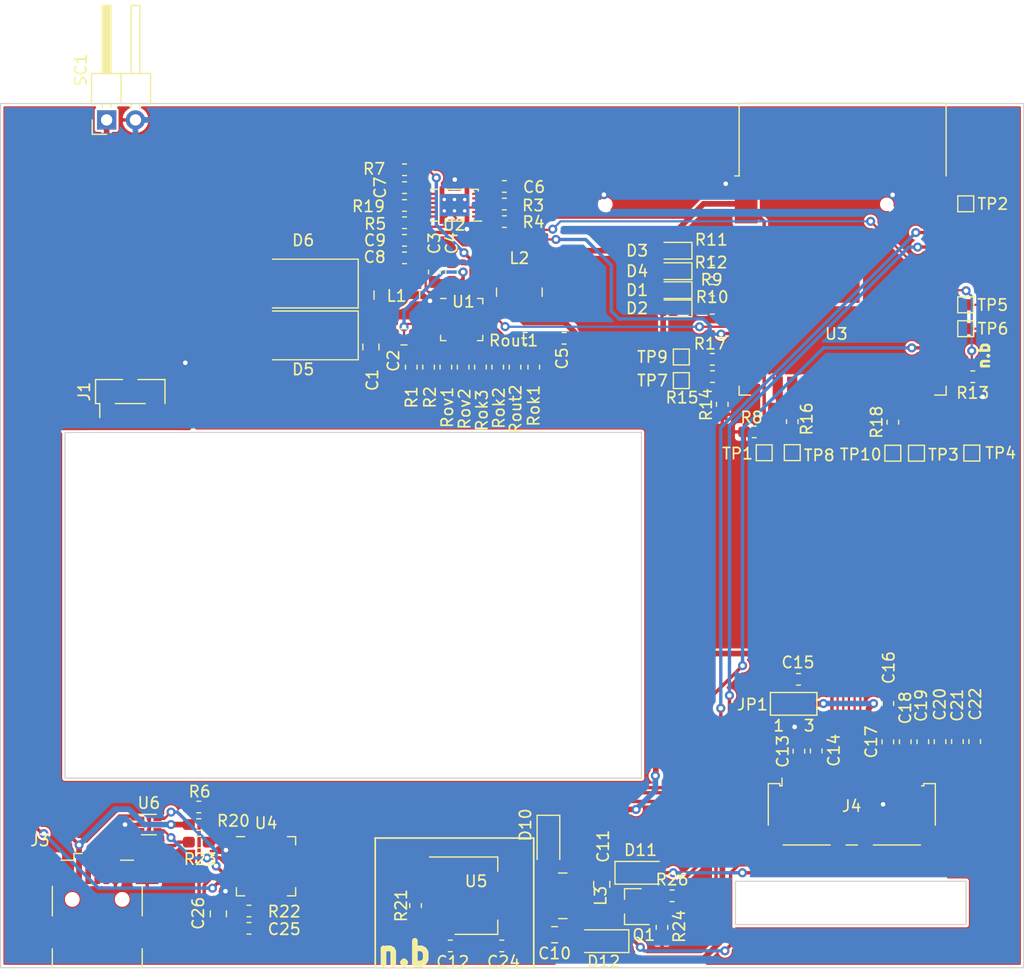
<source format=kicad_pcb>
(kicad_pcb (version 20171130) (host pcbnew "(5.1.4)-1")
  (layers (0 F.Cu signal) (31 B.Cu signal) (34 B.Paste user) (35 F.Paste user) (36 B.SilkS user) (37 F.SilkS user) (38 B.Mask user hide) (39 F.Mask user hide) (44 Edge.Cuts user))
  (net 0 "")
  (net 1 GND)
  (net 2 "Net-(C1-Pad1)")
  (net 3 "Net-(C2-Pad1)")
  (net 4 "Net-(C3-Pad1)")
  (net 5 VCC)
  (net 6 "Net-(C6-Pad2)")
  (net 7 "Net-(C7-Pad1)")
  (net 8 +3V3)
  (net 9 "Net-(C11-Pad1)")
  (net 10 "Net-(C11-Pad2)")
  (net 11 "Net-(C13-Pad1)")
  (net 12 "Net-(C14-Pad1)")
  (net 13 "Net-(C16-Pad2)")
  (net 14 "Net-(C17-Pad2)")
  (net 15 "Net-(C18-Pad2)")
  (net 16 PREVGH)
  (net 17 "Net-(C20-Pad2)")
  (net 18 PREVGL)
  (net 19 "Net-(C22-Pad2)")
  (net 20 "Net-(D1-Pad1)")
  (net 21 "Net-(D2-Pad1)")
  (net 22 "Net-(D3-Pad1)")
  (net 23 "Net-(D4-Pad1)")
  (net 24 VBUS)
  (net 25 "Net-(D6-Pad2)")
  (net 26 BIN)
  (net 27 "Net-(J3-Pad4)")
  (net 28 "Net-(J4-Pad1)")
  (net 29 GDR)
  (net 30 RESE)
  (net 31 "Net-(J4-Pad6)")
  (net 32 "Net-(J4-Pad7)")
  (net 33 /BS)
  (net 34 ESP_EN)
  (net 35 ESP_HS)
  (net 36 ESP_MISO)
  (net 37 ESP_CS)
  (net 38 ESP_SCK)
  (net 39 ESP_MOSI)
  (net 40 "Net-(L1-Pad2)")
  (net 41 "Net-(L2-Pad1)")
  (net 42 "Net-(R1-Pad1)")
  (net 43 "Net-(R2-Pad2)")
  (net 44 SCL)
  (net 45 SDA)
  (net 46 GPOUT)
  (net 47 "Net-(R7-Pad2)")
  (net 48 "Net-(R9-Pad1)")
  (net 49 "Net-(R10-Pad1)")
  (net 50 "Net-(R11-Pad1)")
  (net 51 "Net-(R12-Pad1)")
  (net 52 "Net-(R13-Pad2)")
  (net 53 "Net-(R14-Pad1)")
  (net 54 "Net-(R15-Pad1)")
  (net 55 "Net-(R16-Pad2)")
  (net 56 "Net-(R16-Pad1)")
  (net 57 "Net-(R17-Pad2)")
  (net 58 "Net-(R17-Pad1)")
  (net 59 "Net-(R18-Pad2)")
  (net 60 "Net-(R18-Pad1)")
  (net 61 "Net-(R19-Pad1)")
  (net 62 "Net-(Rok1-Pad2)")
  (net 63 "Net-(Rok2-Pad2)")
  (net 64 "Net-(Rok3-Pad2)")
  (net 65 "Net-(Rout1-Pad2)")
  (net 66 "Net-(Rov1-Pad2)")
  (net 67 VBAT_OK)
  (net 68 "Net-(U2-Pad4)")
  (net 69 "Net-(U2-Pad11)")
  (net 70 "Net-(U2-Pad9)")
  (net 71 "Net-(U3-Pad4)")
  (net 72 "Net-(U3-Pad5)")
  (net 73 "Net-(U3-Pad12)")
  (net 74 "Net-(U3-Pad17)")
  (net 75 "Net-(U3-Pad18)")
  (net 76 "Net-(U3-Pad19)")
  (net 77 "Net-(U3-Pad20)")
  (net 78 "Net-(U3-Pad21)")
  (net 79 "Net-(U3-Pad22)")
  (net 80 "Net-(U3-Pad26)")
  (net 81 "Net-(U3-Pad28)")
  (net 82 "Net-(U3-Pad32)")
  (net 83 ESP_CON_RX)
  (net 84 ESP_CON_TX)
  (net 85 "Net-(U4-Pad1)")
  (net 86 "Net-(U4-Pad2)")
  (net 87 "Net-(U4-Pad10)")
  (net 88 "Net-(U4-Pad11)")
  (net 89 "Net-(U4-Pad12)")
  (net 90 "Net-(U4-Pad13)")
  (net 91 "Net-(U4-Pad14)")
  (net 92 "Net-(U4-Pad15)")
  (net 93 "Net-(U4-Pad16)")
  (net 94 "Net-(U4-Pad17)")
  (net 95 "Net-(U4-Pad18)")
  (net 96 "Net-(U4-Pad19)")
  (net 97 "Net-(U4-Pad20)")
  (net 98 "Net-(U4-Pad21)")
  (net 99 "Net-(U4-Pad22)")
  (net 100 "Net-(U4-Pad23)")
  (net 101 "Net-(U4-Pad24)")
  (net 102 "Net-(U4-Pad27)")
  (net 103 "Net-(U4-Pad28)")
  (net 104 "Net-(J4-PadMP)")
  (net 105 "Net-(C25-Pad1)")
  (net 106 USBID)
  (net 107 "Net-(R22-Pad2)")
  (net 108 "Net-(J3-Pad2)")
  (net 109 "Net-(J3-Pad3)")
  (net 110 "Net-(R20-Pad2)")
  (net 111 "Net-(U4-Pad4)")
  (net 112 "Net-(U4-Pad5)")
  (module Package_TO_SOT_SMD:SOT-223-3_TabPin2 (layer F.Cu) (at 148.59 121.92)
    (fp_text reference U5 (at 0 -1.27) (layer F.SilkS))
    (fp_text value LM1117-3.3)
    (pad 2 smd rect (at 3.15 0) (size 2 3.8) (layers F.Cu F.Paste F.Mask) (net 8 +3V3))
    (pad 2 smd rect (at -3.15 0) (size 2 1.5) (layers F.Cu F.Paste F.Mask) (net 8 +3V3))
    (pad 3 smd rect (at -3.15 2.3) (size 2 1.5) (layers F.Cu F.Paste F.Mask) (net 5 VCC))
    (pad 1 smd rect (at -3.15 -2.3) (size 2 1.5) (layers F.Cu F.Paste F.Mask) (net 1 GND))
  )
  (module Capacitor_SMD:C_0805_2012Metric_Pad1.15x1.40mm_HandSolder (layer F.Cu) (at 125.875 123.525 90)
    (fp_text reference C26 (at 0.05 -1.775 90) (layer F.SilkS))
    (fp_text value 4u7)
    (pad 2 smd roundrect (at 1.025 0 90) (size 1.15 1.4) (layers F.Cu F.Paste F.Mask) (roundrect_rratio 0.217391) (net 1 GND))
    (pad 1 smd roundrect (at -1.025 0 90) (size 1.15 1.4) (layers F.Cu F.Paste F.Mask) (roundrect_rratio 0.217391) (net 105 "Net-(C25-Pad1)"))
  )
  (module Package_DFN_QFN:QFN-28-1EP_5x5mm_P0.5mm_EP3.35x3.35mm (layer F.Cu) (at 130.075 119.325)
    (fp_text reference U4 (at 0 -3.8) (layer F.SilkS))
    (fp_text value CP2102N-A01-GQFN28)
    (pad 29 smd roundrect (at 0 0) (size 3.35 3.35) (layers F.Cu F.Mask) (roundrect_rratio 0.074627) (net 1 GND))
    (pad 1 smd roundrect (at -2.45 -1.5) (size 0.8 0.25) (layers F.Cu F.Paste F.Mask) (net 85 "Net-(U4-Pad1)"))
    (pad 2 smd roundrect (at -2.45 -1) (size 0.8 0.25) (layers F.Cu F.Paste F.Mask) (net 86 "Net-(U4-Pad2)"))
    (pad 3 smd roundrect (at -2.45 -0.5) (size 0.8 0.25) (layers F.Cu F.Paste F.Mask) (net 1 GND))
    (pad 4 smd roundrect (at -2.45 0) (size 0.8 0.25) (layers F.Cu F.Paste F.Mask) (net 111 "Net-(U4-Pad4)"))
    (pad 5 smd roundrect (at -2.45 0.5) (size 0.8 0.25) (layers F.Cu F.Paste F.Mask) (net 112 "Net-(U4-Pad5)"))
    (pad 6 smd roundrect (at -2.45 1) (size 0.8 0.25) (layers F.Cu F.Paste F.Mask) (net 105 "Net-(C25-Pad1)"))
    (pad 7 smd roundrect (at -2.45 1.5) (size 0.8 0.25) (layers F.Cu F.Paste F.Mask) (net 7 "Net-(C7-Pad1)"))
    (pad 8 smd roundrect (at -1.5 2.45) (size 0.25 0.8) (layers F.Cu F.Paste F.Mask) (net 110 "Net-(R20-Pad2)"))
    (pad 9 smd roundrect (at -1 2.45) (size 0.25 0.8) (layers F.Cu F.Paste F.Mask) (net 107 "Net-(R22-Pad2)"))
    (pad 10 smd roundrect (at -0.5 2.45) (size 0.25 0.8) (layers F.Cu F.Paste F.Mask) (net 87 "Net-(U4-Pad10)"))
    (pad 11 smd roundrect (at 0 2.45) (size 0.25 0.8) (layers F.Cu F.Paste F.Mask) (net 88 "Net-(U4-Pad11)"))
    (pad 12 smd roundrect (at 0.5 2.45) (size 0.25 0.8) (layers F.Cu F.Paste F.Mask) (net 89 "Net-(U4-Pad12)"))
    (pad 13 smd roundrect (at 1 2.45) (size 0.25 0.8) (layers F.Cu F.Paste F.Mask) (net 90 "Net-(U4-Pad13)"))
    (pad 14 smd roundrect (at 1.5 2.45) (size 0.25 0.8) (layers F.Cu F.Paste F.Mask) (net 91 "Net-(U4-Pad14)"))
    (pad 15 smd roundrect (at 2.45 1.5) (size 0.8 0.25) (layers F.Cu F.Paste F.Mask) (net 92 "Net-(U4-Pad15)"))
    (pad 16 smd roundrect (at 2.45 1) (size 0.8 0.25) (layers F.Cu F.Paste F.Mask) (net 93 "Net-(U4-Pad16)"))
    (pad 17 smd roundrect (at 2.45 0.5) (size 0.8 0.25) (layers F.Cu F.Paste F.Mask) (net 94 "Net-(U4-Pad17)"))
    (pad 18 smd roundrect (at 2.45 0) (size 0.8 0.25) (layers F.Cu F.Paste F.Mask) (net 95 "Net-(U4-Pad18)"))
    (pad 19 smd roundrect (at 2.45 -0.5) (size 0.8 0.25) (layers F.Cu F.Paste F.Mask) (net 96 "Net-(U4-Pad19)"))
    (pad 20 smd roundrect (at 2.45 -1) (size 0.8 0.25) (layers F.Cu F.Paste F.Mask) (net 97 "Net-(U4-Pad20)"))
    (pad 21 smd roundrect (at 2.45 -1.5) (size 0.8 0.25) (layers F.Cu F.Paste F.Mask) (net 98 "Net-(U4-Pad21)"))
    (pad 22 smd roundrect (at 1.5 -2.45) (size 0.25 0.8) (layers F.Cu F.Paste F.Mask) (net 99 "Net-(U4-Pad22)"))
    (pad 23 smd roundrect (at 1 -2.45) (size 0.25 0.8) (layers F.Cu F.Paste F.Mask) (net 100 "Net-(U4-Pad23)"))
    (pad 24 smd roundrect (at 0.5 -2.45) (size 0.25 0.8) (layers F.Cu F.Paste F.Mask) (net 101 "Net-(U4-Pad24)"))
    (pad 25 smd roundrect (at 0 -2.45) (size 0.25 0.8) (layers F.Cu F.Paste F.Mask) (net 83 ESP_CON_RX))
    (pad 26 smd roundrect (at -0.5 -2.45) (size 0.25 0.8) (layers F.Cu F.Paste F.Mask) (net 84 ESP_CON_TX))
    (pad 27 smd roundrect (at -1 -2.45) (size 0.25 0.8) (layers F.Cu F.Paste F.Mask) (net 102 "Net-(U4-Pad27)"))
    (pad 28 smd roundrect (at -1.5 -2.45) (size 0.25 0.8) (layers F.Cu F.Paste F.Mask) (net 103 "Net-(U4-Pad28)"))
  )
  (module Capacitor_SMD:C_0603_1608Metric_Pad1.05x0.95mm_HandSolder (layer F.Cu) (at 186.4106 108.345 270)
    (fp_text reference C18 (at -2.9858 0 90) (layer F.SilkS))
    (fp_text value 1u)
    (pad 2 smd roundrect (at 0.875 0 270) (size 1.05 0.95) (layers F.Cu F.Paste F.Mask) (net 15 "Net-(C18-Pad2)"))
    (pad 1 smd roundrect (at -0.875 0 270) (size 1.05 0.95) (layers F.Cu F.Paste F.Mask) (net 1 GND))
  )
  (module RF_Module:ESP32-WROOM-32 (layer F.Cu) (at 180.89 67.9)
    (fp_text reference U3 (at -0.55 4.49 180) (layer F.SilkS))
    (fp_text value ESP32-WROOM-32)
    (pad 39 smd rect (at -1 -0.755) (size 5 5) (layers F.Cu F.Paste F.Mask) (net 1 GND))
    (pad 1 smd rect (at -8.5 -8.255) (size 2 0.9) (layers F.Cu F.Paste F.Mask) (net 1 GND))
    (pad 2 smd rect (at -8.5 -6.985) (size 2 0.9) (layers F.Cu F.Paste F.Mask) (net 8 +3V3))
    (pad 3 smd rect (at -8.5 -5.715) (size 2 0.9) (layers F.Cu F.Paste F.Mask) (net 34 ESP_EN))
    (pad 4 smd rect (at -8.5 -4.445) (size 2 0.9) (layers F.Cu F.Paste F.Mask) (net 71 "Net-(U3-Pad4)"))
    (pad 5 smd rect (at -8.5 -3.175) (size 2 0.9) (layers F.Cu F.Paste F.Mask) (net 72 "Net-(U3-Pad5)"))
    (pad 6 smd rect (at -8.5 -1.905) (size 2 0.9) (layers F.Cu F.Paste F.Mask) (net 50 "Net-(R11-Pad1)"))
    (pad 7 smd rect (at -8.5 -0.635) (size 2 0.9) (layers F.Cu F.Paste F.Mask) (net 51 "Net-(R12-Pad1)"))
    (pad 8 smd rect (at -8.5 0.635) (size 2 0.9) (layers F.Cu F.Paste F.Mask) (net 48 "Net-(R9-Pad1)"))
    (pad 9 smd rect (at -8.5 1.905) (size 2 0.9) (layers F.Cu F.Paste F.Mask) (net 49 "Net-(R10-Pad1)"))
    (pad 10 smd rect (at -8.5 3.175) (size 2 0.9) (layers F.Cu F.Paste F.Mask) (net 67 VBAT_OK))
    (pad 11 smd rect (at -8.5 4.445) (size 2 0.9) (layers F.Cu F.Paste F.Mask) (net 46 GPOUT))
    (pad 12 smd rect (at -8.5 5.715) (size 2 0.9) (layers F.Cu F.Paste F.Mask) (net 73 "Net-(U3-Pad12)"))
    (pad 13 smd rect (at -8.5 6.985) (size 2 0.9) (layers F.Cu F.Paste F.Mask) (net 57 "Net-(R17-Pad2)"))
    (pad 14 smd rect (at -8.5 8.255) (size 2 0.9) (layers F.Cu F.Paste F.Mask) (net 53 "Net-(R14-Pad1)"))
    (pad 15 smd rect (at -5.715 9.255 90) (size 2 0.9) (layers F.Cu F.Paste F.Mask) (net 1 GND))
    (pad 16 smd rect (at -4.445 9.255 90) (size 2 0.9) (layers F.Cu F.Paste F.Mask) (net 55 "Net-(R16-Pad2)"))
    (pad 17 smd rect (at -3.175 9.255 90) (size 2 0.9) (layers F.Cu F.Paste F.Mask) (net 74 "Net-(U3-Pad17)"))
    (pad 18 smd rect (at -1.905 9.255 90) (size 2 0.9) (layers F.Cu F.Paste F.Mask) (net 75 "Net-(U3-Pad18)"))
    (pad 19 smd rect (at -0.635 9.255 90) (size 2 0.9) (layers F.Cu F.Paste F.Mask) (net 76 "Net-(U3-Pad19)"))
    (pad 20 smd rect (at 0.635 9.255 90) (size 2 0.9) (layers F.Cu F.Paste F.Mask) (net 77 "Net-(U3-Pad20)"))
    (pad 21 smd rect (at 1.905 9.255 90) (size 2 0.9) (layers F.Cu F.Paste F.Mask) (net 78 "Net-(U3-Pad21)"))
    (pad 22 smd rect (at 3.175 9.255 90) (size 2 0.9) (layers F.Cu F.Paste F.Mask) (net 79 "Net-(U3-Pad22)"))
    (pad 23 smd rect (at 4.445 9.255 90) (size 2 0.9) (layers F.Cu F.Paste F.Mask) (net 59 "Net-(R18-Pad2)"))
    (pad 24 smd rect (at 5.715 9.255 90) (size 2 0.9) (layers F.Cu F.Paste F.Mask) (net 35 ESP_HS))
    (pad 25 smd rect (at 8.5 8.255) (size 2 0.9) (layers F.Cu F.Paste F.Mask) (net 52 "Net-(R13-Pad2)"))
    (pad 26 smd rect (at 8.5 6.985) (size 2 0.9) (layers F.Cu F.Paste F.Mask) (net 80 "Net-(U3-Pad26)"))
    (pad 27 smd rect (at 8.5 5.715) (size 2 0.9) (layers F.Cu F.Paste F.Mask) (net 106 USBID))
    (pad 28 smd rect (at 8.5 4.445) (size 2 0.9) (layers F.Cu F.Paste F.Mask) (net 81 "Net-(U3-Pad28)"))
    (pad 29 smd rect (at 8.5 3.175) (size 2 0.9) (layers F.Cu F.Paste F.Mask) (net 37 ESP_CS))
    (pad 30 smd rect (at 8.5 1.905) (size 2 0.9) (layers F.Cu F.Paste F.Mask) (net 38 ESP_SCK))
    (pad 31 smd rect (at 8.5 0.635) (size 2 0.9) (layers F.Cu F.Paste F.Mask) (net 36 ESP_MISO))
    (pad 32 smd rect (at 8.5 -0.635) (size 2 0.9) (layers F.Cu F.Paste F.Mask) (net 82 "Net-(U3-Pad32)"))
    (pad 33 smd rect (at 8.5 -1.905) (size 2 0.9) (layers F.Cu F.Paste F.Mask) (net 45 SDA))
    (pad 34 smd rect (at 8.5 -3.175) (size 2 0.9) (layers F.Cu F.Paste F.Mask) (net 83 ESP_CON_RX))
    (pad 35 smd rect (at 8.5 -4.445) (size 2 0.9) (layers F.Cu F.Paste F.Mask) (net 84 ESP_CON_TX))
    (pad 36 smd rect (at 8.5 -5.715) (size 2 0.9) (layers F.Cu F.Paste F.Mask) (net 44 SCL))
    (pad 37 smd rect (at 8.5 -6.985) (size 2 0.9) (layers F.Cu F.Paste F.Mask) (net 39 ESP_MOSI))
    (pad 38 smd rect (at 8.5 -8.255) (size 2 0.9) (layers F.Cu F.Paste F.Mask) (net 1 GND))
  )
  (module Diode_SMD:D_SMA-SMB_Universal_Handsoldering (layer F.Cu) (at 133.35 72.517 180)
    (fp_text reference D5 (at 0 -3) (layer F.SilkS))
    (fp_text value SS16)
    (pad 2 smd trapezoid (at 2.9 0) (size 3.6 1.7) (rect_delta 0.6 0) (layers F.Cu F.Paste F.Mask) (net 24 VBUS))
    (pad 1 smd trapezoid (at -2.9 0 180) (size 3.6 1.7) (rect_delta 0.6 0) (layers F.Cu F.Paste F.Mask) (net 2 "Net-(C1-Pad1)"))
  )
  (module Resistor_SMD:R_0603_1608Metric_Pad1.05x0.95mm_HandSolder (layer F.Cu) (at 153.67 75.311 90)
    (fp_text reference Rok1 (at -3.4036 0 90) (layer F.SilkS))
    (fp_text value 5,62МΩ)
    (pad 2 smd roundrect (at 0.875 0 90) (size 1.05 0.95) (layers F.Cu F.Paste F.Mask) (net 62 "Net-(Rok1-Pad2)"))
    (pad 1 smd roundrect (at -0.875 0 90) (size 1.05 0.95) (layers F.Cu F.Paste F.Mask) (net 1 GND))
  )
  (module Resistor_SMD:R_0603_1608Metric_Pad1.05x0.95mm_HandSolder (layer F.Cu) (at 152.908 72.771 180)
    (fp_text reference Rout1 (at 1.016 -0.2032 180) (layer F.SilkS))
    (fp_text value 4,7МΩ)
    (pad 2 smd roundrect (at 0.875 0 180) (size 1.05 0.95) (layers F.Cu F.Paste F.Mask) (net 65 "Net-(Rout1-Pad2)"))
    (pad 1 smd roundrect (at -0.875 0 180) (size 1.05 0.95) (layers F.Cu F.Paste F.Mask) (net 1 GND))
  )
  (module Inductor_SMD:L_Wuerth_WE-TPC-3816 (layer F.Cu) (at 141.605 68.961 180)
    (fp_text reference L1 (at 0.0254 -0.0762) (layer F.SilkS))
    (fp_text value 22µ)
    (pad 1 smd custom (at 0 -1.75 180) (size 0.7 0.7) (layers F.Cu F.Paste F.Mask) (net 2 "Net-(C1-Pad1)") (options (clearance outline) (anchor circle)) (primitives (gr_poly (pts (xy 1.064578 1.003895) (xy 0.918917 0.830439) (xy 0.745359 0.684899) (xy 0.549174 0.571693) (xy 0.336318 0.494257) (xy 0.113252 0.454942) (xy -0.113252 0.454942) (xy -0.336318 0.494257) (xy -0.549174 0.571693) (xy -0.745359 0.684899) (xy -0.918917 0.830439) (xy -1.064578 1.003895) (xy -1.177922 1.2) (xy -2.15 1.2) (xy -2.15 -0.4) (xy 2.15 -0.4) (xy 2.15 1.2) (xy 1.177922 1.2)) (width 0))))
    (pad 2 smd custom (at 0 1.75 180) (size 0.7 0.7) (layers F.Cu F.Paste F.Mask) (net 40 "Net-(L1-Pad2)") (options (clearance outline) (anchor circle)) (primitives (gr_poly (pts (xy 2.15 0.4) (xy -2.15 0.4) (xy -2.15 -1.2) (xy -1.177922 -1.2) (xy -1.064578 -1.003895) (xy -0.918917 -0.830439) (xy -0.745359 -0.684899) (xy -0.549174 -0.571693) (xy -0.336318 -0.494257) (xy -0.113252 -0.454942) (xy 0.113252 -0.454942) (xy 0.336318 -0.494257) (xy 0.549174 -0.571693) (xy 0.745359 -0.684899) (xy 0.918917 -0.830439) (xy 1.064578 -1.003895) (xy 1.177922 -1.2) (xy 2.15 -1.2)) (width 0))))
  )
  (module Connector_FFC-FPC:Molex_502244-2430_1x24-1MP_P0.5mm_Horizontal (layer F.Cu) (at 181.7 115)
    (fp_text reference J4 (at -0.0138 -0.9794) (layer F.SilkS))
    (fp_text value Conn_01x24_MountingPin)
    (pad 1 smd rect (at -5.75 -3.08) (size 0.3 0.8) (layers F.Cu F.Paste F.Mask) (net 28 "Net-(J4-Pad1)"))
    (pad 2 smd rect (at -5.25 -3.08) (size 0.3 0.8) (layers F.Cu F.Paste F.Mask) (net 29 GDR))
    (pad 3 smd rect (at -4.75 -3.08) (size 0.3 0.8) (layers F.Cu F.Paste F.Mask) (net 30 RESE))
    (pad 4 smd rect (at -4.25 -3.08) (size 0.3 0.8) (layers F.Cu F.Paste F.Mask) (net 11 "Net-(C13-Pad1)"))
    (pad 5 smd rect (at -3.75 -3.08) (size 0.3 0.8) (layers F.Cu F.Paste F.Mask) (net 12 "Net-(C14-Pad1)"))
    (pad 6 smd rect (at -3.25 -3.08) (size 0.3 0.8) (layers F.Cu F.Paste F.Mask) (net 31 "Net-(J4-Pad6)"))
    (pad 7 smd rect (at -2.75 -3.08) (size 0.3 0.8) (layers F.Cu F.Paste F.Mask) (net 32 "Net-(J4-Pad7)"))
    (pad 8 smd rect (at -2.25 -3.08) (size 0.3 0.8) (layers F.Cu F.Paste F.Mask) (net 33 /BS))
    (pad 9 smd rect (at -1.75 -3.08) (size 0.3 0.8) (layers F.Cu F.Paste F.Mask) (net 34 ESP_EN))
    (pad 10 smd rect (at -1.25 -3.08) (size 0.3 0.8) (layers F.Cu F.Paste F.Mask) (net 35 ESP_HS))
    (pad 11 smd rect (at -0.75 -3.08) (size 0.3 0.8) (layers F.Cu F.Paste F.Mask) (net 36 ESP_MISO))
    (pad 12 smd rect (at -0.25 -3.08) (size 0.3 0.8) (layers F.Cu F.Paste F.Mask) (net 37 ESP_CS))
    (pad 13 smd rect (at 0.25 -3.08) (size 0.3 0.8) (layers F.Cu F.Paste F.Mask) (net 38 ESP_SCK))
    (pad 14 smd rect (at 0.75 -3.08) (size 0.3 0.8) (layers F.Cu F.Paste F.Mask) (net 39 ESP_MOSI))
    (pad 15 smd rect (at 1.25 -3.08) (size 0.3 0.8) (layers F.Cu F.Paste F.Mask) (net 8 +3V3))
    (pad MP smd rect (at -6.99 1.77) (size 1.22 1.4) (layers F.Cu F.Paste F.Mask) (net 104 "Net-(J4-PadMP)"))
    (pad MP smd rect (at -1.175 2.78) (size 0.85 1.4) (layers F.Cu F.Paste F.Mask) (net 104 "Net-(J4-PadMP)"))
    (pad MP smd rect (at 1.175 2.78) (size 0.85 1.4) (layers F.Cu F.Paste F.Mask) (net 104 "Net-(J4-PadMP)"))
    (pad MP smd rect (at 6.99 1.77) (size 1.22 1.4) (layers F.Cu F.Paste F.Mask) (net 104 "Net-(J4-PadMP)"))
    (pad 17 smd rect (at 2.25 -3.08) (size 0.3 0.8) (layers F.Cu F.Paste F.Mask) (net 1 GND))
    (pad 18 smd rect (at 2.75 -3.08) (size 0.3 0.8) (layers F.Cu F.Paste F.Mask) (net 13 "Net-(C16-Pad2)"))
    (pad 19 smd rect (at 3.25 -3.08) (size 0.3 0.8) (layers F.Cu F.Paste F.Mask) (net 14 "Net-(C17-Pad2)"))
    (pad 20 smd rect (at 3.75 -3.08) (size 0.3 0.8) (layers F.Cu F.Paste F.Mask) (net 15 "Net-(C18-Pad2)"))
    (pad 21 smd rect (at 4.25 -3.08) (size 0.3 0.8) (layers F.Cu F.Paste F.Mask) (net 16 PREVGH))
    (pad 22 smd rect (at 4.75 -3.08) (size 0.3 0.8) (layers F.Cu F.Paste F.Mask) (net 17 "Net-(C20-Pad2)"))
    (pad 23 smd rect (at 5.25 -3.08) (size 0.3 0.8) (layers F.Cu F.Paste F.Mask) (net 18 PREVGL))
    (pad 24 smd rect (at 5.75 -3.08) (size 0.3 0.8) (layers F.Cu F.Paste F.Mask) (net 19 "Net-(C22-Pad2)"))
    (pad 16 smd rect (at 1.75 -3.08) (size 0.3 0.8) (layers F.Cu F.Paste F.Mask) (net 8 +3V3))
  )
  (module Connector_USB:USB_Mini-B_Wuerth_65100516121_Horizontal (layer F.Cu) (at 115.2 122.25)
    (fp_text reference J3 (at -5.05 -5.2) (layer F.SilkS))
    (fp_text value USB_B_Micro)
    (pad 6 smd rect (at -4.4 2.9) (size 2 2.5) (layers F.Cu F.Paste F.Mask) (net 1 GND))
    (pad 6 smd rect (at 4.4 2.9) (size 2 2.5) (layers F.Cu F.Paste F.Mask) (net 1 GND))
    (pad 6 smd rect (at -4.4 -2.6) (size 2 2.5) (layers F.Cu F.Paste F.Mask) (net 1 GND))
    (pad 6 smd rect (at 4.4 -2.6) (size 2 2.5) (layers F.Cu F.Paste F.Mask) (net 1 GND))
    (pad 1 smd rect (at -1.6 -2.6) (size 0.5 2.5) (layers F.Cu F.Paste F.Mask) (net 24 VBUS))
    (pad 2 smd rect (at -0.8 -2.6) (size 0.5 2.5) (layers F.Cu F.Paste F.Mask) (net 108 "Net-(J3-Pad2)"))
    (pad 3 smd rect (at 0 -2.6) (size 0.5 2.5) (layers F.Cu F.Paste F.Mask) (net 109 "Net-(J3-Pad3)"))
    (pad 4 smd rect (at 0.8 -2.6) (size 0.5 2.5) (layers F.Cu F.Paste F.Mask) (net 27 "Net-(J3-Pad4)"))
    (pad 5 smd rect (at 1.6 -2.6) (size 0.5 2.5) (layers F.Cu F.Paste F.Mask) (net 1 GND))
    (pad "" np_thru_hole circle (at -2.2 0) (size 0.9 0.9) (drill 0.9) (layers *.Cu *.Mask))
    (pad "" np_thru_hole circle (at 2.2 0) (size 0.9 0.9) (drill 0.9) (layers *.Cu *.Mask))
  )
  (module Capacitor_SMD:C_0805_2012Metric_Pad1.15x1.40mm_HandSolder (layer F.Cu) (at 139.319 73.533 270)
    (fp_text reference C1 (at 2.921 -0.127 90) (layer F.SilkS))
    (fp_text value 4,7µF)
    (pad 1 smd roundrect (at -1.025 0 270) (size 1.15 1.4) (layers F.Cu F.Paste F.Mask) (roundrect_rratio 0.217391) (net 2 "Net-(C1-Pad1)"))
    (pad 2 smd roundrect (at 1.025 0 270) (size 1.15 1.4) (layers F.Cu F.Paste F.Mask) (roundrect_rratio 0.217391) (net 1 GND))
  )
  (module Capacitor_SMD:C_0805_2012Metric_Pad1.15x1.40mm_HandSolder (layer F.Cu) (at 142.231 72.644 180)
    (fp_text reference C2 (at 0.9308 -2.1082 270) (layer F.SilkS))
    (fp_text value 10µF)
    (pad 1 smd roundrect (at -1.025 0 180) (size 1.15 1.4) (layers F.Cu F.Paste F.Mask) (roundrect_rratio 0.217391) (net 3 "Net-(C2-Pad1)"))
    (pad 2 smd roundrect (at 1.025 0 180) (size 1.15 1.4) (layers F.Cu F.Paste F.Mask) (roundrect_rratio 0.217391) (net 1 GND))
  )
  (module Capacitor_SMD:C_0603_1608Metric_Pad1.05x0.95mm_HandSolder (layer F.Cu) (at 144.907 66.929 90)
    (fp_text reference C3 (at 2.54 0 90) (layer F.SilkS))
    (fp_text value 100n)
    (pad 2 smd roundrect (at 0.875 0 90) (size 1.05 0.95) (layers F.Cu F.Paste F.Mask) (net 1 GND))
    (pad 1 smd roundrect (at -0.875 0 90) (size 1.05 0.95) (layers F.Cu F.Paste F.Mask) (net 4 "Net-(C3-Pad1)"))
  )
  (module Capacitor_SMD:C_0603_1608Metric_Pad1.05x0.95mm_HandSolder (layer F.Cu) (at 146.431 66.929 90)
    (fp_text reference C4 (at 2.54 0 90) (layer F.SilkS))
    (fp_text value 100n)
    (pad 1 smd roundrect (at -0.875 0 90) (size 1.05 0.95) (layers F.Cu F.Paste F.Mask) (net 4 "Net-(C3-Pad1)"))
    (pad 2 smd roundrect (at 0.875 0 90) (size 1.05 0.95) (layers F.Cu F.Paste F.Mask) (net 1 GND))
  )
  (module Capacitor_SMD:C_0603_1608Metric_Pad1.05x0.95mm_HandSolder (layer F.Cu) (at 156.3484 72.771)
    (fp_text reference C5 (at -0.1892 1.778 270) (layer F.SilkS))
    (fp_text value 22µF)
    (pad 2 smd roundrect (at 0.875 0) (size 1.05 0.95) (layers F.Cu F.Paste F.Mask) (net 5 VCC))
    (pad 1 smd roundrect (at -0.875 0) (size 1.05 0.95) (layers F.Cu F.Paste F.Mask) (net 1 GND))
  )
  (module Capacitor_SMD:C_0603_1608Metric_Pad1.05x0.95mm_HandSolder (layer F.Cu) (at 151.0792 59.3852 180)
    (fp_text reference C6 (at -2.6162 -0.0508) (layer F.SilkS))
    (fp_text value 470n)
    (pad 2 smd roundrect (at 0.875 0 180) (size 1.05 0.95) (layers F.Cu F.Paste F.Mask) (net 6 "Net-(C6-Pad2)"))
    (pad 1 smd roundrect (at -0.875 0 180) (size 1.05 0.95) (layers F.Cu F.Paste F.Mask) (net 1 GND))
  )
  (module Capacitor_SMD:C_0603_1608Metric_Pad1.05x0.95mm_HandSolder (layer F.Cu) (at 142.2794 59.4868 180)
    (fp_text reference C7 (at 2.145 0 90) (layer F.SilkS))
    (fp_text value 1,0µF)
    (pad 2 smd roundrect (at 0.875 0 180) (size 1.05 0.95) (layers F.Cu F.Paste F.Mask) (net 1 GND))
    (pad 1 smd roundrect (at -0.875 0 180) (size 1.05 0.95) (layers F.Cu F.Paste F.Mask) (net 7 "Net-(C7-Pad1)"))
  )
  (module Capacitor_SMD:C_0603_1608Metric_Pad1.05x0.95mm_HandSolder (layer F.Cu) (at 142.27556 65.68186)
    (fp_text reference C8 (at -2.62636 -0.07366) (layer F.SilkS))
    (fp_text value 100n)
    (pad 2 smd roundrect (at 0.875 0) (size 1.05 0.95) (layers F.Cu F.Paste F.Mask) (net 1 GND))
    (pad 1 smd roundrect (at -0.875 0) (size 1.05 0.95) (layers F.Cu F.Paste F.Mask) (net 8 +3V3))
  )
  (module Capacitor_SMD:C_0603_1608Metric_Pad1.05x0.95mm_HandSolder (layer F.Cu) (at 142.2768 64.135)
    (fp_text reference C9 (at -2.6022 0) (layer F.SilkS))
    (fp_text value 100n)
    (pad 1 smd roundrect (at -0.875 0) (size 1.05 0.95) (layers F.Cu F.Paste F.Mask) (net 8 +3V3))
    (pad 2 smd roundrect (at 0.875 0) (size 1.05 0.95) (layers F.Cu F.Paste F.Mask) (net 1 GND))
  )
  (module Capacitor_SMD:C_0805_2012Metric_Pad1.15x1.40mm_HandSolder (layer F.Cu) (at 155.5078 125.3617 180)
    (fp_text reference C10 (at 0 -1.65) (layer F.SilkS))
    (fp_text value 4µ7/50V)
    (pad 2 smd roundrect (at 1.025 0 180) (size 1.15 1.4) (layers F.Cu F.Paste F.Mask) (roundrect_rratio 0.217391) (net 8 +3V3))
    (pad 1 smd roundrect (at -1.025 0 180) (size 1.15 1.4) (layers F.Cu F.Paste F.Mask) (roundrect_rratio 0.217391) (net 1 GND))
  )
  (module Capacitor_SMD:C_0805_2012Metric_Pad1.15x1.40mm_HandSolder (layer F.Cu) (at 159.6644 120.9167 270)
    (fp_text reference C11 (at -3.34518 -0.12192 270) (layer F.SilkS))
    (fp_text value 4µ7/50V)
    (pad 1 smd roundrect (at -1.025 0 270) (size 1.15 1.4) (layers F.Cu F.Paste F.Mask) (roundrect_rratio 0.217391) (net 9 "Net-(C11-Pad1)"))
    (pad 2 smd roundrect (at 1.025 0 270) (size 1.15 1.4) (layers F.Cu F.Paste F.Mask) (roundrect_rratio 0.217391) (net 10 "Net-(C11-Pad2)"))
  )
  (module Capacitor_SMD:C_0603_1608Metric_Pad1.05x0.95mm_HandSolder (layer F.Cu) (at 146.3154 126.35)
    (fp_text reference C12 (at 0.2172 1.412) (layer F.SilkS))
    (fp_text value 1µ)
    (pad 1 smd roundrect (at -0.875 0) (size 1.05 0.95) (layers F.Cu F.Paste F.Mask) (net 5 VCC))
    (pad 2 smd roundrect (at 0.875 0) (size 1.05 0.95) (layers F.Cu F.Paste F.Mask) (net 1 GND))
  )
  (module Capacitor_SMD:C_0603_1608Metric_Pad1.05x0.95mm_HandSolder (layer F.Cu) (at 177.038 109.1832 90)
    (fp_text reference C13 (at -0.0114 -1.4224 90) (layer F.SilkS))
    (fp_text value 1µ)
    (pad 2 smd roundrect (at 0.875 0 90) (size 1.05 0.95) (layers F.Cu F.Paste F.Mask) (net 1 GND))
    (pad 1 smd roundrect (at -0.875 0 90) (size 1.05 0.95) (layers F.Cu F.Paste F.Mask) (net 11 "Net-(C13-Pad1)"))
  )
  (module Capacitor_SMD:C_0603_1608Metric_Pad1.05x0.95mm_HandSolder (layer F.Cu) (at 178.562 109.1578 90)
    (fp_text reference C14 (at 0.05972 1.55956 270) (layer F.SilkS))
    (fp_text value 1µ)
    (pad 1 smd roundrect (at -0.875 0 90) (size 1.05 0.95) (layers F.Cu F.Paste F.Mask) (net 12 "Net-(C14-Pad1)"))
    (pad 2 smd roundrect (at 0.875 0 90) (size 1.05 0.95) (layers F.Cu F.Paste F.Mask) (net 1 GND))
  )
  (module Capacitor_SMD:C_0603_1608Metric_Pad1.05x0.95mm_HandSolder (layer F.Cu) (at 177.0012 102.8446)
    (fp_text reference C15 (at -0.04448 -1.49352) (layer F.SilkS))
    (fp_text value 100n)
    (pad 1 smd roundrect (at -0.875 0) (size 1.05 0.95) (layers F.Cu F.Paste F.Mask) (net 1 GND))
    (pad 2 smd roundrect (at 0.875 0) (size 1.05 0.95) (layers F.Cu F.Paste F.Mask) (net 8 +3V3))
  )
  (module Capacitor_SMD:C_0603_1608Metric_Pad1.05x0.95mm_HandSolder (layer F.Cu) (at 184.87644 104.97696 270)
    (fp_text reference C16 (at -3.1636 -0.0762 90) (layer F.SilkS))
    (fp_text value 1u)
    (pad 2 smd roundrect (at 0.875 0 270) (size 1.05 0.95) (layers F.Cu F.Paste F.Mask) (net 13 "Net-(C16-Pad2)"))
    (pad 1 smd roundrect (at -0.875 0 270) (size 1.05 0.95) (layers F.Cu F.Paste F.Mask) (net 1 GND))
  )
  (module Capacitor_SMD:C_0603_1608Metric_Pad1.05x0.95mm_HandSolder (layer F.Cu) (at 184.87644 108.35516 270)
    (fp_text reference C17 (at 0.0114 1.46304 90) (layer F.SilkS))
    (fp_text value 1u)
    (pad 1 smd roundrect (at -0.875 0 270) (size 1.05 0.95) (layers F.Cu F.Paste F.Mask) (net 1 GND))
    (pad 2 smd roundrect (at 0.875 0 270) (size 1.05 0.95) (layers F.Cu F.Paste F.Mask) (net 14 "Net-(C17-Pad2)"))
  )
  (module Capacitor_SMD:C_0603_1608Metric_Pad1.05x0.95mm_HandSolder (layer F.Cu) (at 187.96 108.345 270)
    (fp_text reference C19 (at -3.189 0.1524 90) (layer F.SilkS))
    (fp_text value 1u)
    (pad 2 smd roundrect (at 0.875 0 270) (size 1.05 0.95) (layers F.Cu F.Paste F.Mask) (net 16 PREVGH))
    (pad 1 smd roundrect (at -0.875 0 270) (size 1.05 0.95) (layers F.Cu F.Paste F.Mask) (net 1 GND))
  )
  (module Capacitor_SMD:C_0603_1608Metric_Pad1.05x0.95mm_HandSolder (layer F.Cu) (at 189.47892 108.33732 270)
    (fp_text reference C20 (at -3.2906 0.0254 90) (layer F.SilkS))
    (fp_text value 1u)
    (pad 1 smd roundrect (at -0.875 0 270) (size 1.05 0.95) (layers F.Cu F.Paste F.Mask) (net 1 GND))
    (pad 2 smd roundrect (at 0.875 0 270) (size 1.05 0.95) (layers F.Cu F.Paste F.Mask) (net 17 "Net-(C20-Pad2)"))
  )
  (module Capacitor_SMD:C_0603_1608Metric_Pad1.05x0.95mm_HandSolder (layer F.Cu) (at 191.008 108.33224 270)
    (fp_text reference C21 (at -3.2004 0.0254 90) (layer F.SilkS))
    (fp_text value 1u)
    (pad 1 smd roundrect (at -0.875 0 270) (size 1.05 0.95) (layers F.Cu F.Paste F.Mask) (net 1 GND))
    (pad 2 smd roundrect (at 0.875 0 270) (size 1.05 0.95) (layers F.Cu F.Paste F.Mask) (net 18 PREVGL))
  )
  (module Capacitor_SMD:C_0603_1608Metric_Pad1.05x0.95mm_HandSolder (layer F.Cu) (at 192.532 108.33224 270)
    (fp_text reference C22 (at -3.302 -0.0508 90) (layer F.SilkS))
    (fp_text value 1µ)
    (pad 1 smd roundrect (at -0.875 0 270) (size 1.05 0.95) (layers F.Cu F.Paste F.Mask) (net 1 GND))
    (pad 2 smd roundrect (at 0.875 0 270) (size 1.05 0.95) (layers F.Cu F.Paste F.Mask) (net 19 "Net-(C22-Pad2)"))
  )
  (module Capacitor_SMD:C_0603_1608Metric_Pad1.05x0.95mm_HandSolder (layer F.Cu) (at 150.85 126.35 180)
    (fp_text reference C24 (at -0.15808 -1.39676) (layer F.SilkS))
    (fp_text value 100n)
    (pad 2 smd roundrect (at 0.875 0 180) (size 1.05 0.95) (layers F.Cu F.Paste F.Mask) (net 1 GND))
    (pad 1 smd roundrect (at -0.875 0 180) (size 1.05 0.95) (layers F.Cu F.Paste F.Mask) (net 8 +3V3))
  )
  (module Capacitor_SMD:C_0603_1608Metric_Pad1.05x0.95mm_HandSolder (layer F.Cu) (at 128.575 124.8)
    (fp_text reference C25 (at 3.1 0.075) (layer F.SilkS))
    (fp_text value 100n)
    (pad 1 smd roundrect (at -0.875 0) (size 1.05 0.95) (layers F.Cu F.Paste F.Mask) (net 105 "Net-(C25-Pad1)"))
    (pad 2 smd roundrect (at 0.875 0) (size 1.05 0.95) (layers F.Cu F.Paste F.Mask) (net 1 GND))
  )
  (module LED_SMD:LED_0603_1608Metric_Pad1.05x0.95mm_HandSolder (layer F.Cu) (at 165.9522 68.5292 180)
    (fp_text reference D1 (at 3.175 0) (layer F.SilkS))
    (fp_text value LED)
    (pad 1 smd roundrect (at -0.875 0 180) (size 1.05 0.95) (layers F.Cu F.Paste F.Mask) (net 20 "Net-(D1-Pad1)"))
    (pad 2 smd roundrect (at 0.875 0 180) (size 1.05 0.95) (layers F.Cu F.Paste F.Mask) (net 8 +3V3))
  )
  (module LED_SMD:LED_0603_1608Metric_Pad1.05x0.95mm_HandSolder (layer F.Cu) (at 165.9522 70.1294 180)
    (fp_text reference D2 (at 3.175 0) (layer F.SilkS))
    (fp_text value LED)
    (pad 2 smd roundrect (at 0.875 0 180) (size 1.05 0.95) (layers F.Cu F.Paste F.Mask) (net 8 +3V3))
    (pad 1 smd roundrect (at -0.875 0 180) (size 1.05 0.95) (layers F.Cu F.Paste F.Mask) (net 21 "Net-(D2-Pad1)"))
  )
  (module LED_SMD:LED_0603_1608Metric_Pad1.05x0.95mm_HandSolder (layer F.Cu) (at 165.9522 65.0494 180)
    (fp_text reference D3 (at 3.175 0) (layer F.SilkS))
    (fp_text value LED)
    (pad 1 smd roundrect (at -0.875 0 180) (size 1.05 0.95) (layers F.Cu F.Paste F.Mask) (net 22 "Net-(D3-Pad1)"))
    (pad 2 smd roundrect (at 0.875 0 180) (size 1.05 0.95) (layers F.Cu F.Paste F.Mask) (net 8 +3V3))
  )
  (module LED_SMD:LED_0603_1608Metric_Pad1.05x0.95mm_HandSolder (layer F.Cu) (at 165.9522 66.8528 180)
    (fp_text reference D4 (at 3.175 0) (layer F.SilkS))
    (fp_text value LED)
    (pad 2 smd roundrect (at 0.875 0 180) (size 1.05 0.95) (layers F.Cu F.Paste F.Mask) (net 8 +3V3))
    (pad 1 smd roundrect (at -0.875 0 180) (size 1.05 0.95) (layers F.Cu F.Paste F.Mask) (net 23 "Net-(D4-Pad1)"))
  )
  (module Diode_SMD:D_SMA-SMB_Universal_Handsoldering (layer F.Cu) (at 133.35 67.945 180)
    (fp_text reference D6 (at 0 3.81) (layer F.SilkS))
    (fp_text value SS16)
    (pad 1 smd trapezoid (at -2.9 0 180) (size 3.6 1.7) (rect_delta 0.6 0) (layers F.Cu F.Paste F.Mask) (net 2 "Net-(C1-Pad1)"))
    (pad 2 smd trapezoid (at 2.9 0) (size 3.6 1.7) (rect_delta 0.6 0) (layers F.Cu F.Paste F.Mask) (net 25 "Net-(D6-Pad2)"))
  )
  (module Diode_SMD:D_SOD-123 (layer F.Cu) (at 154.9654 117.0813 270)
    (fp_text reference D10 (at -1.398 2.032 90) (layer F.SilkS))
    (fp_text value MBR0530T1G)
    (pad 1 smd rect (at -1.65 0 270) (size 0.9 1.2) (layers F.Cu F.Paste F.Mask) (net 1 GND))
    (pad 2 smd rect (at 1.65 0 270) (size 0.9 1.2) (layers F.Cu F.Paste F.Mask) (net 9 "Net-(C11-Pad1)"))
  )
  (module Diode_SMD:D_SOD-123 (layer F.Cu) (at 163.0797 119.9007)
    (fp_text reference D11 (at 0 -2) (layer F.SilkS))
    (fp_text value MBR0530T1G)
    (pad 1 smd rect (at -1.65 0) (size 0.9 1.2) (layers F.Cu F.Paste F.Mask) (net 9 "Net-(C11-Pad1)"))
    (pad 2 smd rect (at 1.65 0) (size 0.9 1.2) (layers F.Cu F.Paste F.Mask) (net 18 PREVGL))
  )
  (module Diode_SMD:D_SOD-123 (layer F.Cu) (at 159.8031 125.9332 180)
    (fp_text reference D12 (at -0.02386 -1.79832) (layer F.SilkS))
    (fp_text value MBR0530T1G)
    (pad 2 smd rect (at 1.65 0 180) (size 0.9 1.2) (layers F.Cu F.Paste F.Mask) (net 10 "Net-(C11-Pad2)"))
    (pad 1 smd rect (at -1.65 0 180) (size 0.9 1.2) (layers F.Cu F.Paste F.Mask) (net 16 PREVGH))
  )
  (module Connector_PinHeader_2.00mm:PinHeader_1x03_P2.00mm_Vertical_SMD_Pin1Left (layer F.Cu) (at 118.11 77.47 90)
    (fp_text reference J1 (at 0 -4.06 90) (layer F.SilkS))
    (fp_text value Conn_01x03_Male)
    (pad 1 smd rect (at -1.175 -2 90) (size 2.35 0.85) (layers F.Cu F.Paste F.Mask) (net 7 "Net-(C7-Pad1)"))
    (pad 3 smd rect (at -1.175 2 90) (size 2.35 0.85) (layers F.Cu F.Paste F.Mask) (net 1 GND))
    (pad 2 smd rect (at 1.175 0 90) (size 2.35 0.85) (layers F.Cu F.Paste F.Mask) (net 26 BIN))
  )
  (module Jumper:SolderJumper-3_P1.3mm_Bridged12_Pad1.0x1.5mm_NumberLabels (layer F.Cu) (at 176.5762 105.0036)
    (fp_text reference JP1 (at -3.63776 0.06604) (layer F.SilkS))
    (fp_text value BS_SEL)
    (fp_text user 3 (at 1.3762 1.92532) (layer F.SilkS))
    (fp_text user 1 (at -1.31112 1.92532) (layer F.SilkS))
    (fp_poly (pts (xy -0.9 -0.3) (xy -0.4 -0.3) (xy -0.4 0.3) (xy -0.9 0.3)) (layer F.Cu) (width 0))
    (pad 1 smd rect (at -1.3 0) (size 1 1.5) (layers F.Cu F.Mask) (net 1 GND))
    (pad 3 smd rect (at 1.3 0) (size 1 1.5) (layers F.Cu F.Mask) (net 8 +3V3))
    (pad 2 smd rect (at 0 0) (size 1 1.5) (layers F.Cu F.Mask) (net 33 /BS))
  )
  (module Inductor_SMD:L_Wuerth_WE-TPC-3816 (layer F.Cu) (at 152.4 68.707)
    (fp_text reference L2 (at 0 -3) (layer F.SilkS))
    (fp_text value 100µH)
    (pad 2 smd custom (at 0 1.75) (size 0.7 0.7) (layers F.Cu F.Paste F.Mask) (net 5 VCC) (options (clearance outline) (anchor circle)) (primitives (gr_poly (pts (xy 2.15 0.4) (xy -2.15 0.4) (xy -2.15 -1.2) (xy -1.177922 -1.2) (xy -1.064578 -1.003895) (xy -0.918917 -0.830439) (xy -0.745359 -0.684899) (xy -0.549174 -0.571693) (xy -0.336318 -0.494257) (xy -0.113252 -0.454942) (xy 0.113252 -0.454942) (xy 0.336318 -0.494257) (xy 0.549174 -0.571693) (xy 0.745359 -0.684899) (xy 0.918917 -0.830439) (xy 1.064578 -1.003895) (xy 1.177922 -1.2) (xy 2.15 -1.2)) (width 0))))
    (pad 1 smd custom (at 0 -1.75) (size 0.7 0.7) (layers F.Cu F.Paste F.Mask) (net 41 "Net-(L2-Pad1)") (options (clearance outline) (anchor circle)) (primitives (gr_poly (pts (xy 1.064578 1.003895) (xy 0.918917 0.830439) (xy 0.745359 0.684899) (xy 0.549174 0.571693) (xy 0.336318 0.494257) (xy 0.113252 0.454942) (xy -0.113252 0.454942) (xy -0.336318 0.494257) (xy -0.549174 0.571693) (xy -0.745359 0.684899) (xy -0.918917 0.830439) (xy -1.064578 1.003895) (xy -1.177922 1.2) (xy -2.15 1.2) (xy -2.15 -0.4) (xy 2.15 -0.4) (xy 2.15 1.2) (xy 1.177922 1.2)) (width 0))))
  )
  (module Inductor_SMD:L_Wuerth_WE-TPC-3816 (layer F.Cu) (at 156.2328 121.9327 90)
    (fp_text reference L3 (at 0 3.33 90) (layer F.SilkS))
    (fp_text value 68µ)
    (pad 1 smd custom (at 0 -1.75 90) (size 0.7 0.7) (layers F.Cu F.Paste F.Mask) (net 8 +3V3) (options (clearance outline) (anchor circle)) (primitives (gr_poly (pts (xy 1.064578 1.003895) (xy 0.918917 0.830439) (xy 0.745359 0.684899) (xy 0.549174 0.571693) (xy 0.336318 0.494257) (xy 0.113252 0.454942) (xy -0.113252 0.454942) (xy -0.336318 0.494257) (xy -0.549174 0.571693) (xy -0.745359 0.684899) (xy -0.918917 0.830439) (xy -1.064578 1.003895) (xy -1.177922 1.2) (xy -2.15 1.2) (xy -2.15 -0.4) (xy 2.15 -0.4) (xy 2.15 1.2) (xy 1.177922 1.2)) (width 0))))
    (pad 2 smd custom (at 0 1.75 90) (size 0.7 0.7) (layers F.Cu F.Paste F.Mask) (net 10 "Net-(C11-Pad2)") (options (clearance outline) (anchor circle)) (primitives (gr_poly (pts (xy 2.15 0.4) (xy -2.15 0.4) (xy -2.15 -1.2) (xy -1.177922 -1.2) (xy -1.064578 -1.003895) (xy -0.918917 -0.830439) (xy -0.745359 -0.684899) (xy -0.549174 -0.571693) (xy -0.336318 -0.494257) (xy -0.113252 -0.454942) (xy 0.113252 -0.454942) (xy 0.336318 -0.494257) (xy 0.549174 -0.571693) (xy 0.745359 -0.684899) (xy 0.918917 -0.830439) (xy 1.064578 -1.003895) (xy 1.177922 -1.2) (xy 2.15 -1.2)) (width 0))))
  )
  (module Package_TO_SOT_SMD:SOT-23 (layer F.Cu) (at 162.4297 122.8852 180)
    (fp_text reference Q1 (at -0.93802 -2.50444) (layer F.SilkS))
    (fp_text value IRLML2502PbF)
    (pad 1 smd rect (at -1 -0.95 180) (size 0.9 0.8) (layers F.Cu F.Paste F.Mask) (net 29 GDR))
    (pad 2 smd rect (at -1 0.95 180) (size 0.9 0.8) (layers F.Cu F.Paste F.Mask) (net 30 RESE))
    (pad 3 smd rect (at 1 0 180) (size 0.9 0.8) (layers F.Cu F.Paste F.Mask) (net 10 "Net-(C11-Pad2)"))
  )
  (module Resistor_SMD:R_0603_1608Metric_Pad1.05x0.95mm_HandSolder (layer F.Cu) (at 142.875 75.311 90)
    (fp_text reference R1 (at -2.667 0.0254 90) (layer F.SilkS))
    (fp_text value 0)
    (pad 1 smd roundrect (at -0.875 0 90) (size 1.05 0.95) (layers F.Cu F.Paste F.Mask) (net 42 "Net-(R1-Pad1)"))
    (pad 2 smd roundrect (at 0.875 0 90) (size 1.05 0.95) (layers F.Cu F.Paste F.Mask) (net 4 "Net-(C3-Pad1)"))
  )
  (module Resistor_SMD:R_0603_1608Metric_Pad1.05x0.95mm_HandSolder (layer F.Cu) (at 144.399 75.311 90)
    (fp_text reference R2 (at -2.667 0.127 270) (layer F.SilkS))
    (fp_text value 100K)
    (pad 2 smd roundrect (at 0.875 0 90) (size 1.05 0.95) (layers F.Cu F.Paste F.Mask) (net 43 "Net-(R2-Pad2)"))
    (pad 1 smd roundrect (at -0.875 0 90) (size 1.05 0.95) (layers F.Cu F.Paste F.Mask) (net 1 GND))
  )
  (module Resistor_SMD:R_0603_1608Metric_Pad1.05x0.95mm_HandSolder (layer F.Cu) (at 151.0792 60.9346 180)
    (fp_text reference R3 (at -2.54 -0.127) (layer F.SilkS))
    (fp_text value 4K7)
    (pad 1 smd roundrect (at -0.875 0 180) (size 1.05 0.95) (layers F.Cu F.Paste F.Mask) (net 8 +3V3))
    (pad 2 smd roundrect (at 0.875 0 180) (size 1.05 0.95) (layers F.Cu F.Paste F.Mask) (net 44 SCL))
  )
  (module Resistor_SMD:R_0603_1608Metric_Pad1.05x0.95mm_HandSolder (layer F.Cu) (at 151.0792 62.484 180)
    (fp_text reference R4 (at -2.5654 -0.0508) (layer F.SilkS))
    (fp_text value 4K7)
    (pad 1 smd roundrect (at -0.875 0 180) (size 1.05 0.95) (layers F.Cu F.Paste F.Mask) (net 8 +3V3))
    (pad 2 smd roundrect (at 0.875 0 180) (size 1.05 0.95) (layers F.Cu F.Paste F.Mask) (net 45 SDA))
  )
  (module Resistor_SMD:R_0603_1608Metric_Pad1.05x0.95mm_HandSolder (layer F.Cu) (at 142.2794 62.5856)
    (fp_text reference R5 (at -2.5794 0.1016) (layer F.SilkS))
    (fp_text value 4K7)
    (pad 2 smd roundrect (at 0.875 0) (size 1.05 0.95) (layers F.Cu F.Paste F.Mask) (net 46 GPOUT))
    (pad 1 smd roundrect (at -0.875 0) (size 1.05 0.95) (layers F.Cu F.Paste F.Mask) (net 8 +3V3))
  )
  (module Resistor_SMD:R_0603_1608Metric_Pad1.05x0.95mm_HandSolder (layer F.Cu) (at 124.15 115.65 180)
    (fp_text reference R6 (at -0.075 2.9 180) (layer F.SilkS))
    (fp_text value 22K1)
    (pad 2 smd roundrect (at 0.875 0 180) (size 1.05 0.95) (layers F.Cu F.Paste F.Mask) (net 24 VBUS))
    (pad 1 smd roundrect (at -0.875 0 180) (size 1.05 0.95) (layers F.Cu F.Paste F.Mask) (net 110 "Net-(R20-Pad2)"))
  )
  (module Resistor_SMD:R_0603_1608Metric_Pad1.05x0.95mm_HandSolder (layer F.Cu) (at 142.2794 57.912)
    (fp_text reference R7 (at -2.681 -0.0762) (layer F.SilkS))
    (fp_text value 10m)
    (pad 2 smd roundrect (at 0.875 0) (size 1.05 0.95) (layers F.Cu F.Paste F.Mask) (net 47 "Net-(R7-Pad2)"))
    (pad 1 smd roundrect (at -0.875 0) (size 1.05 0.95) (layers F.Cu F.Paste F.Mask) (net 7 "Net-(C7-Pad1)"))
  )
  (module Resistor_SMD:R_0603_1608Metric_Pad1.05x0.95mm_HandSolder (layer F.Cu) (at 173.1023 81.026)
    (fp_text reference R8 (at -0.24 -1.27) (layer F.SilkS))
    (fp_text value R)
    (pad 1 smd roundrect (at -0.875 0) (size 1.05 0.95) (layers F.Cu F.Paste F.Mask) (net 1 GND))
    (pad 2 smd roundrect (at 0.875 0) (size 1.05 0.95) (layers F.Cu F.Paste F.Mask) (net 34 ESP_EN))
  )
  (module Resistor_SMD:R_0603_1608Metric_Pad1.05x0.95mm_HandSolder (layer F.Cu) (at 169.4066 68.5292 180)
    (fp_text reference R9 (at 0.0648 0.9144) (layer F.SilkS))
    (fp_text value 330R)
    (pad 1 smd roundrect (at -0.875 0 180) (size 1.05 0.95) (layers F.Cu F.Paste F.Mask) (net 48 "Net-(R9-Pad1)"))
    (pad 2 smd roundrect (at 0.875 0 180) (size 1.05 0.95) (layers F.Cu F.Paste F.Mask) (net 20 "Net-(D1-Pad1)"))
  )
  (module Resistor_SMD:R_0603_1608Metric_Pad1.05x0.95mm_HandSolder (layer F.Cu) (at 169.4066 70.1294 180)
    (fp_text reference R10 (at 0.014 0.9906) (layer F.SilkS))
    (fp_text value 330R)
    (pad 2 smd roundrect (at 0.875 0 180) (size 1.05 0.95) (layers F.Cu F.Paste F.Mask) (net 21 "Net-(D2-Pad1)"))
    (pad 1 smd roundrect (at -0.875 0 180) (size 1.05 0.95) (layers F.Cu F.Paste F.Mask) (net 49 "Net-(R10-Pad1)"))
  )
  (module Resistor_SMD:R_0603_1608Metric_Pad1.05x0.95mm_HandSolder (layer F.Cu) (at 169.3812 65.0494 180)
    (fp_text reference R11 (at 0.0648 0.9652) (layer F.SilkS))
    (fp_text value 330R)
    (pad 1 smd roundrect (at -0.875 0 180) (size 1.05 0.95) (layers F.Cu F.Paste F.Mask) (net 50 "Net-(R11-Pad1)"))
    (pad 2 smd roundrect (at 0.875 0 180) (size 1.05 0.95) (layers F.Cu F.Paste F.Mask) (net 22 "Net-(D3-Pad1)"))
  )
  (module Resistor_SMD:R_0603_1608Metric_Pad1.05x0.95mm_HandSolder (layer F.Cu) (at 169.4066 66.8528 180)
    (fp_text reference R12 (at 0.1156 0.762) (layer F.SilkS))
    (fp_text value 330R)
    (pad 2 smd roundrect (at 0.875 0 180) (size 1.05 0.95) (layers F.Cu F.Paste F.Mask) (net 23 "Net-(D4-Pad1)"))
    (pad 1 smd roundrect (at -0.875 0 180) (size 1.05 0.95) (layers F.Cu F.Paste F.Mask) (net 51 "Net-(R12-Pad1)"))
  )
  (module Resistor_SMD:R_0603_1608Metric_Pad1.05x0.95mm_HandSolder (layer F.Cu) (at 192.36052 76.15936 180)
    (fp_text reference R13 (at 0 -1.43) (layer F.SilkS))
    (fp_text value n.b)
    (pad 1 smd roundrect (at -0.875 0 180) (size 1.05 0.95) (layers F.Cu F.Paste F.Mask) (net 1 GND))
    (pad 2 smd roundrect (at 0.875 0 180) (size 1.05 0.95) (layers F.Cu F.Paste F.Mask) (net 52 "Net-(R13-Pad2)"))
  )
  (module Resistor_SMD:R_0603_1608Metric_Pad1.05x0.95mm_HandSolder (layer F.Cu) (at 170.2816 78.599 270)
    (fp_text reference R14 (at 0.0254 1.4224 90) (layer F.SilkS))
    (fp_text value 100K)
    (pad 1 smd roundrect (at -0.875 0 270) (size 1.05 0.95) (layers F.Cu F.Paste F.Mask) (net 53 "Net-(R14-Pad1)"))
    (pad 2 smd roundrect (at 0.875 0 270) (size 1.05 0.95) (layers F.Cu F.Paste F.Mask) (net 1 GND))
  )
  (module Resistor_SMD:R_0603_1608Metric_Pad1.05x0.95mm_HandSolder (layer F.Cu) (at 169.418 76.1492)
    (fp_text reference R15 (at -2.6784 1.8542) (layer F.SilkS))
    (fp_text value 100)
    (pad 1 smd roundrect (at -0.875 0) (size 1.05 0.95) (layers F.Cu F.Paste F.Mask) (net 54 "Net-(R15-Pad1)"))
    (pad 2 smd roundrect (at 0.875 0) (size 1.05 0.95) (layers F.Cu F.Paste F.Mask) (net 53 "Net-(R14-Pad1)"))
  )
  (module Resistor_SMD:R_0603_1608Metric_Pad1.05x0.95mm_HandSolder (layer F.Cu) (at 176.4538 80.123 90)
    (fp_text reference R16 (at 0.24 1.27 90) (layer F.SilkS))
    (fp_text value 100R)
    (pad 2 smd roundrect (at 0.875 0 90) (size 1.05 0.95) (layers F.Cu F.Paste F.Mask) (net 55 "Net-(R16-Pad2)"))
    (pad 1 smd roundrect (at -0.875 0 90) (size 1.05 0.95) (layers F.Cu F.Paste F.Mask) (net 56 "Net-(R16-Pad1)"))
  )
  (module Resistor_SMD:R_0603_1608Metric_Pad1.05x0.95mm_HandSolder (layer F.Cu) (at 169.4066 74.6252)
    (fp_text reference R17 (at -0.1892 -1.3716) (layer F.SilkS))
    (fp_text value 100R)
    (pad 2 smd roundrect (at 0.875 0) (size 1.05 0.95) (layers F.Cu F.Paste F.Mask) (net 57 "Net-(R17-Pad2)"))
    (pad 1 smd roundrect (at -0.875 0) (size 1.05 0.95) (layers F.Cu F.Paste F.Mask) (net 58 "Net-(R17-Pad1)"))
  )
  (module Resistor_SMD:R_0603_1608Metric_Pad1.05x0.95mm_HandSolder (layer F.Cu) (at 185.3184 80.1738 90)
    (fp_text reference R18 (at 0 -1.43 90) (layer F.SilkS))
    (fp_text value 100R)
    (pad 2 smd roundrect (at 0.875 0 90) (size 1.05 0.95) (layers F.Cu F.Paste F.Mask) (net 59 "Net-(R18-Pad2)"))
    (pad 1 smd roundrect (at -0.875 0 90) (size 1.05 0.95) (layers F.Cu F.Paste F.Mask) (net 60 "Net-(R18-Pad1)"))
  )
  (module Resistor_SMD:R_0603_1608Metric_Pad1.05x0.95mm_HandSolder (layer F.Cu) (at 142.2794 61.0616 180)
    (fp_text reference R19 (at 3.175 -0.0762 180) (layer F.SilkS))
    (fp_text value 1M8)
    (pad 1 smd roundrect (at -0.875 0 180) (size 1.05 0.95) (layers F.Cu F.Paste F.Mask) (net 61 "Net-(R19-Pad1)"))
    (pad 2 smd roundrect (at 0.875 0 180) (size 1.05 0.95) (layers F.Cu F.Paste F.Mask) (net 8 +3V3))
  )
  (module Resistor_SMD:R_0603_1608Metric_Pad1.05x0.95mm_HandSolder (layer F.Cu) (at 124.15 114.1)
    (fp_text reference R20 (at 3.05 1.225 180) (layer F.SilkS))
    (fp_text value 47K5)
    (pad 1 smd roundrect (at -0.875 0) (size 1.05 0.95) (layers F.Cu F.Paste F.Mask) (net 1 GND))
    (pad 2 smd roundrect (at 0.875 0) (size 1.05 0.95) (layers F.Cu F.Paste F.Mask) (net 110 "Net-(R20-Pad2)"))
  )
  (module Resistor_SMD:R_0603_1608Metric_Pad1.05x0.95mm_HandSolder (layer F.Cu) (at 143.256 122.795 270)
    (fp_text reference R21 (at 0 1.27 90) (layer F.SilkS))
    (fp_text value 0R)
    (pad 1 smd roundrect (at -0.875 0 270) (size 1.05 0.95) (layers F.Cu F.Paste F.Mask) (net 8 +3V3))
    (pad 2 smd roundrect (at 0.875 0 270) (size 1.05 0.95) (layers F.Cu F.Paste F.Mask) (net 5 VCC))
  )
  (module Resistor_SMD:R_0603_1608Metric_Pad1.05x0.95mm_HandSolder (layer F.Cu) (at 128.575 123.275)
    (fp_text reference R22 (at 3.1 0.05) (layer F.SilkS))
    (fp_text value 1K)
    (pad 2 smd roundrect (at 0.875 0) (size 1.05 0.95) (layers F.Cu F.Paste F.Mask) (net 107 "Net-(R22-Pad2)"))
    (pad 1 smd roundrect (at -0.875 0) (size 1.05 0.95) (layers F.Cu F.Paste F.Mask) (net 105 "Net-(C25-Pad1)"))
  )
  (module Resistor_SMD:R_0603_1608Metric_Pad1.05x0.95mm_HandSolder (layer F.Cu) (at 164.973 124.7127 90)
    (fp_text reference R24 (at 0.07998 1.524 90) (layer F.SilkS))
    (fp_text value 10k)
    (pad 2 smd roundrect (at 0.875 0 90) (size 1.05 0.95) (layers F.Cu F.Paste F.Mask) (net 29 GDR))
    (pad 1 smd roundrect (at -0.875 0 90) (size 1.05 0.95) (layers F.Cu F.Paste F.Mask) (net 1 GND))
  )
  (module Resistor_SMD:R_0603_1608Metric_Pad1.05x0.95mm_HandSolder (layer F.Cu) (at 165.8607 121.9327)
    (fp_text reference R26 (at 0 -1.43) (layer F.SilkS))
    (fp_text value 470m)
    (pad 1 smd roundrect (at -0.875 0) (size 1.05 0.95) (layers F.Cu F.Paste F.Mask) (net 30 RESE))
    (pad 2 smd roundrect (at 0.875 0) (size 1.05 0.95) (layers F.Cu F.Paste F.Mask) (net 1 GND))
  )
  (module Resistor_SMD:R_0603_1608Metric_Pad1.05x0.95mm_HandSolder (layer F.Cu) (at 150.495 75.311 270)
    (fp_text reference Rok2 (at 3.6068 -0.1016 270) (layer F.SilkS))
    (fp_text value 5,49МΩ)
    (pad 2 smd roundrect (at 0.875 0 270) (size 1.05 0.95) (layers F.Cu F.Paste F.Mask) (net 63 "Net-(Rok2-Pad2)"))
    (pad 1 smd roundrect (at -0.875 0 270) (size 1.05 0.95) (layers F.Cu F.Paste F.Mask) (net 62 "Net-(Rok1-Pad2)"))
  )
  (module Resistor_SMD:R_0603_1608Metric_Pad1.05x0.95mm_HandSolder (layer F.Cu) (at 148.971 75.311 270)
    (fp_text reference Rok3 (at 3.81 -0.127 270) (layer F.SilkS))
    (fp_text value 1,87МΩ)
    (pad 1 smd roundrect (at -0.875 0 270) (size 1.05 0.95) (layers F.Cu F.Paste F.Mask) (net 63 "Net-(Rok2-Pad2)"))
    (pad 2 smd roundrect (at 0.875 0 270) (size 1.05 0.95) (layers F.Cu F.Paste F.Mask) (net 64 "Net-(Rok3-Pad2)"))
  )
  (module Resistor_SMD:R_0603_1608Metric_Pad1.05x0.95mm_HandSolder (layer F.Cu) (at 152.019 75.311 270)
    (fp_text reference Rout2 (at 3.7084 -0.0508 90) (layer F.SilkS))
    (fp_text value 8,2МΩ)
    (pad 1 smd roundrect (at -0.875 0 270) (size 1.05 0.95) (layers F.Cu F.Paste F.Mask) (net 65 "Net-(Rout1-Pad2)"))
    (pad 2 smd roundrect (at 0.875 0 270) (size 1.05 0.95) (layers F.Cu F.Paste F.Mask) (net 64 "Net-(Rok3-Pad2)"))
  )
  (module Resistor_SMD:R_0603_1608Metric_Pad1.05x0.95mm_HandSolder (layer F.Cu) (at 145.923 75.311 90)
    (fp_text reference Rov1 (at -3.556 0.127 90) (layer F.SilkS))
    (fp_text value 5,6МΩ)
    (pad 2 smd roundrect (at 0.875 0 90) (size 1.05 0.95) (layers F.Cu F.Paste F.Mask) (net 66 "Net-(Rov1-Pad2)"))
    (pad 1 smd roundrect (at -0.875 0 90) (size 1.05 0.95) (layers F.Cu F.Paste F.Mask) (net 1 GND))
  )
  (module Resistor_SMD:R_0603_1608Metric_Pad1.05x0.95mm_HandSolder (layer F.Cu) (at 147.447 75.311 90)
    (fp_text reference Rov2 (at -3.683 0.127 90) (layer F.SilkS))
    (fp_text value 6,8МΩ)
    (pad 1 smd roundrect (at -0.875 0 90) (size 1.05 0.95) (layers F.Cu F.Paste F.Mask) (net 66 "Net-(Rov1-Pad2)"))
    (pad 2 smd roundrect (at 0.875 0 90) (size 1.05 0.95) (layers F.Cu F.Paste F.Mask) (net 64 "Net-(Rok3-Pad2)"))
  )
  (module Connector_PinHeader_2.54mm:PinHeader_1x02_P2.54mm_Horizontal (layer F.Cu) (at 116.0272 53.5178 90)
    (fp_text reference SC1 (at 4.385 -2.27 90) (layer F.SilkS))
    (fp_text value Solar_Cells)
    (pad 1 thru_hole rect (at 0 0 90) (size 1.7 1.7) (drill 1) (layers *.Cu *.Mask) (net 25 "Net-(D6-Pad2)"))
    (pad 2 thru_hole oval (at 0 2.54 90) (size 1.7 1.7) (drill 1) (layers *.Cu *.Mask) (net 1 GND))
  )
  (module TestPoint:TestPoint_Pad_1.0x1.0mm (layer F.Cu) (at 173.9773 82.8675 180)
    (fp_text reference TP1 (at 2.34442 -0.07366) (layer F.SilkS))
    (fp_text value TestPoint_Probe)
    (pad 1 smd rect (at 0 0 180) (size 1 1) (layers F.Cu F.Mask) (net 34 ESP_EN))
  )
  (module TestPoint:TestPoint_Pad_1.0x1.0mm (layer F.Cu) (at 191.7446 60.91428)
    (fp_text reference TP2 (at 2.3876 0.01524 180) (layer F.SilkS))
    (fp_text value TestPoint_Probe)
    (pad 1 smd rect (at 0 0) (size 1 1) (layers F.Cu F.Mask) (net 39 ESP_MOSI))
  )
  (module TestPoint:TestPoint_Pad_1.0x1.0mm (layer F.Cu) (at 187.4012 82.9056 180)
    (fp_text reference TP3 (at -2.38252 -0.13716 180) (layer F.SilkS))
    (fp_text value TestPoint_Probe)
    (pad 1 smd rect (at 0 0 180) (size 1 1) (layers F.Cu F.Mask) (net 35 ESP_HS))
  )
  (module TestPoint:TestPoint_Pad_1.0x1.0mm (layer F.Cu) (at 192.278 82.89544 270)
    (fp_text reference TP4 (at 0 -2.54) (layer F.SilkS))
    (fp_text value TestPoint_Probe)
    (pad 1 smd rect (at 0 0 270) (size 1 1) (layers F.Cu F.Mask) (net 36 ESP_MISO))
  )
  (module TestPoint:TestPoint_Pad_1.0x1.0mm (layer F.Cu) (at 191.73952 69.81952)
    (fp_text reference TP5 (at 2.37744 0.02032 180) (layer F.SilkS))
    (fp_text value TestPoint_Probe)
    (pad 1 smd rect (at 0 0) (size 1 1) (layers F.Cu F.Mask) (net 38 ESP_SCK))
  )
  (module TestPoint:TestPoint_Pad_1.0x1.0mm (layer F.Cu) (at 191.7446 71.92772)
    (fp_text reference TP6 (at 2.40284 0.00508 180) (layer F.SilkS))
    (fp_text value TestPoint_Probe)
    (pad 1 smd rect (at 0 0) (size 1 1) (layers F.Cu F.Mask) (net 37 ESP_CS))
  )
  (module TestPoint:TestPoint_Pad_1.0x1.0mm (layer F.Cu) (at 166.6748 76.5048)
    (fp_text reference TP7 (at -2.54 0) (layer F.SilkS))
    (fp_text value MTDO)
    (pad 1 smd rect (at 0 0) (size 1 1) (layers F.Cu F.Mask) (net 54 "Net-(R15-Pad1)"))
  )
  (module TestPoint:TestPoint_Pad_1.0x1.0mm (layer F.Cu) (at 176.4538 82.8548)
    (fp_text reference TP8 (at 2.37744 0.24384 180) (layer F.SilkS))
    (fp_text value MTMS)
    (pad 1 smd rect (at 0 0) (size 1 1) (layers F.Cu F.Mask) (net 56 "Net-(R16-Pad1)"))
  )
  (module TestPoint:TestPoint_Pad_1.0x1.0mm (layer F.Cu) (at 166.6748 74.422)
    (fp_text reference TP9 (at -2.54 0) (layer F.SilkS))
    (fp_text value MTCK)
    (pad 1 smd rect (at 0 0) (size 1 1) (layers F.Cu F.Mask) (net 58 "Net-(R17-Pad1)"))
  )
  (module TestPoint:TestPoint_Pad_1.0x1.0mm (layer F.Cu) (at 185.3184 82.9056)
    (fp_text reference TP10 (at -2.82956 0.11176 180) (layer F.SilkS))
    (fp_text value MTDI)
    (pad 1 smd rect (at 0 0) (size 1 1) (layers F.Cu F.Mask) (net 60 "Net-(R18-Pad1)"))
  )
  (module Package_DFN_QFN:QFN-20-1EP_3.5x3.5mm_P0.5mm_EP2x2mm (layer F.Cu) (at 147.32 71.12)
    (fp_text reference U1 (at 0.1524 -1.5748) (layer F.SilkS))
    (fp_text value BQ25570)
    (pad 21 smd roundrect (at 0 0) (size 2 2) (layers F.Cu F.Mask) (roundrect_rratio 0.125) (net 1 GND))
    (pad 1 smd roundrect (at -1.6875 -1) (size 0.875 0.25) (layers F.Cu F.Paste F.Mask) (net 1 GND))
    (pad 2 smd roundrect (at -1.6875 -0.5) (size 0.875 0.25) (layers F.Cu F.Paste F.Mask) (net 2 "Net-(C1-Pad1)"))
    (pad 3 smd roundrect (at -1.6875 0) (size 0.875 0.25) (layers F.Cu F.Paste F.Mask) (net 4 "Net-(C3-Pad1)"))
    (pad 4 smd roundrect (at -1.6875 0.5) (size 0.875 0.25) (layers F.Cu F.Paste F.Mask) (net 3 "Net-(C2-Pad1)"))
    (pad 5 smd roundrect (at -1.6875 1) (size 0.875 0.25) (layers F.Cu F.Paste F.Mask) (net 43 "Net-(R2-Pad2)"))
    (pad 6 smd roundrect (at -1 1.6875) (size 0.25 0.875) (layers F.Cu F.Paste F.Mask) (net 42 "Net-(R1-Pad1)"))
    (pad 7 smd roundrect (at -0.5 1.6875) (size 0.25 0.875) (layers F.Cu F.Paste F.Mask) (net 66 "Net-(Rov1-Pad2)"))
    (pad 8 smd roundrect (at 0 1.6875) (size 0.25 0.875) (layers F.Cu F.Paste F.Mask) (net 64 "Net-(Rok3-Pad2)"))
    (pad 9 smd roundrect (at 0.5 1.6875) (size 0.25 0.875) (layers F.Cu F.Paste F.Mask) (net 1 GND))
    (pad 10 smd roundrect (at 1 1.6875) (size 0.25 0.875) (layers F.Cu F.Paste F.Mask) (net 63 "Net-(Rok2-Pad2)"))
    (pad 11 smd roundrect (at 1.6875 1) (size 0.875 0.25) (layers F.Cu F.Paste F.Mask) (net 62 "Net-(Rok1-Pad2)"))
    (pad 12 smd roundrect (at 1.6875 0.5) (size 0.875 0.25) (layers F.Cu F.Paste F.Mask) (net 65 "Net-(Rout1-Pad2)"))
    (pad 13 smd roundrect (at 1.6875 0) (size 0.875 0.25) (layers F.Cu F.Paste F.Mask) (net 67 VBAT_OK))
    (pad 14 smd roundrect (at 1.6875 -0.5) (size 0.875 0.25) (layers F.Cu F.Paste F.Mask) (net 5 VCC))
    (pad 15 smd roundrect (at 1.6875 -1) (size 0.875 0.25) (layers F.Cu F.Paste F.Mask) (net 1 GND))
    (pad 16 smd roundrect (at 1 -1.6875) (size 0.25 0.875) (layers F.Cu F.Paste F.Mask) (net 41 "Net-(L2-Pad1)"))
    (pad 17 smd roundrect (at 0.5 -1.6875) (size 0.25 0.875) (layers F.Cu F.Paste F.Mask) (net 1 GND))
    (pad 18 smd roundrect (at 0 -1.6875) (size 0.25 0.875) (layers F.Cu F.Paste F.Mask) (net 47 "Net-(R7-Pad2)"))
    (pad 19 smd roundrect (at -0.5 -1.6875) (size 0.25 0.875) (layers F.Cu F.Paste F.Mask) (net 4 "Net-(C3-Pad1)"))
    (pad 20 smd roundrect (at -1 -1.6875) (size 0.25 0.875) (layers F.Cu F.Paste F.Mask) (net 40 "Net-(L1-Pad2)"))
  )
  (module Package_SON:Texas_S-PDSO-N12 (layer F.Cu) (at 146.685 61.0362 180)
    (fp_text reference U2 (at 0.0254 -1.7272) (layer F.SilkS))
    (fp_text value BQ27441-G1)
    (pad 13 smd rect (at 0 0 90) (size 1.95 2.6) (layers F.Cu F.Mask) (net 1 GND))
    (pad 13 smd rect (at -1.1 1.3125 90) (size 0.675 0.4) (layers F.Cu F.Mask) (net 1 GND))
    (pad 13 smd rect (at 1.1 1.3125 90) (size 0.675 0.4) (layers F.Cu F.Mask) (net 1 GND))
    (pad 13 smd rect (at 1.1 -1.3125 90) (size 0.675 0.4) (layers F.Cu F.Mask) (net 1 GND))
    (pad 13 smd rect (at -1.1 -1.3125 90) (size 0.675 0.4) (layers F.Cu F.Mask) (net 1 GND))
    (pad 3 smd rect (at -2.3 -0.2 180) (size 0.2 0.2) (layers F.Cu F.Paste F.Mask) (net 1 GND))
    (pad 3 smd oval (at -1.975 -0.2 180) (size 0.85 0.2) (layers F.Cu F.Paste F.Mask) (net 1 GND))
    (pad 2 smd oval (at -1.975 -0.6 180) (size 0.85 0.2) (layers F.Cu F.Paste F.Mask) (net 44 SCL))
    (pad 1 smd oval (at -1.975 -1 180) (size 0.85 0.2) (layers F.Cu F.Paste F.Mask) (net 45 SDA))
    (pad 4 smd oval (at -1.975 0.2 180) (size 0.85 0.2) (layers F.Cu F.Paste F.Mask) (net 68 "Net-(U2-Pad4)"))
    (pad 5 smd oval (at -1.975 0.6 180) (size 0.85 0.2) (layers F.Cu F.Paste F.Mask) (net 6 "Net-(C6-Pad2)"))
    (pad 6 smd oval (at -1.975 1 180) (size 0.85 0.2) (layers F.Cu F.Paste F.Mask) (net 7 "Net-(C7-Pad1)"))
    (pad 12 smd oval (at 1.975 -1 180) (size 0.85 0.2) (layers F.Cu F.Paste F.Mask) (net 46 GPOUT))
    (pad 11 smd oval (at 1.975 -0.6 180) (size 0.85 0.2) (layers F.Cu F.Paste F.Mask) (net 69 "Net-(U2-Pad11)"))
    (pad 10 smd oval (at 1.975 -0.2 180) (size 0.85 0.2) (layers F.Cu F.Paste F.Mask) (net 61 "Net-(R19-Pad1)"))
    (pad 9 smd oval (at 1.975 0.2 180) (size 0.85 0.2) (layers F.Cu F.Paste F.Mask) (net 70 "Net-(U2-Pad9)"))
    (pad 8 smd oval (at 1.975 0.6 180) (size 0.85 0.2) (layers F.Cu F.Paste F.Mask) (net 7 "Net-(C7-Pad1)"))
    (pad 7 smd oval (at 1.975 1 180) (size 0.85 0.2) (layers F.Cu F.Paste F.Mask) (net 47 "Net-(R7-Pad2)"))
    (pad 4 smd rect (at -2.3 0.2 180) (size 0.2 0.2) (layers F.Cu F.Paste F.Mask) (net 68 "Net-(U2-Pad4)"))
    (pad 5 smd rect (at -2.3 0.6 180) (size 0.2 0.2) (layers F.Cu F.Paste F.Mask) (net 6 "Net-(C6-Pad2)"))
    (pad 6 smd rect (at -2.3 1 180) (size 0.2 0.2) (layers F.Cu F.Paste F.Mask) (net 7 "Net-(C7-Pad1)"))
    (pad 2 smd rect (at -2.3 -0.6 180) (size 0.2 0.2) (layers F.Cu F.Paste F.Mask) (net 44 SCL))
    (pad 1 smd rect (at -2.3 -1 180) (size 0.2 0.2) (layers F.Cu F.Paste F.Mask) (net 45 SDA))
    (pad 12 smd rect (at 2.3 -1 180) (size 0.2 0.2) (layers F.Cu F.Paste F.Mask) (net 46 GPOUT))
    (pad 11 smd rect (at 2.3 -0.6 180) (size 0.2 0.2) (layers F.Cu F.Paste F.Mask) (net 69 "Net-(U2-Pad11)"))
    (pad 10 smd rect (at 2.3 -0.2 180) (size 0.2 0.2) (layers F.Cu F.Paste F.Mask) (net 61 "Net-(R19-Pad1)"))
    (pad 9 smd rect (at 2.3 0.2 180) (size 0.2 0.2) (layers F.Cu F.Paste F.Mask) (net 70 "Net-(U2-Pad9)"))
    (pad 8 smd rect (at 2.3 0.6 180) (size 0.2 0.2) (layers F.Cu F.Paste F.Mask) (net 7 "Net-(C7-Pad1)"))
    (pad 7 smd rect (at 2.3 1 180) (size 0.2 0.2) (layers F.Cu F.Paste F.Mask) (net 47 "Net-(R7-Pad2)"))
    (pad 13 thru_hole circle (at -0.9 0.5 180) (size 0.6 0.6) (drill 0.3) (layers *.Cu) (net 1 GND))
    (pad 13 thru_hole circle (at 0.9 0.5 180) (size 0.6 0.6) (drill 0.3) (layers *.Cu) (net 1 GND))
    (pad 13 thru_hole circle (at 0.9 -0.5 180) (size 0.6 0.6) (drill 0.3) (layers *.Cu) (net 1 GND))
    (pad 13 thru_hole circle (at -0.9 -0.5 180) (size 0.6 0.6) (drill 0.3) (layers *.Cu) (net 1 GND))
    (pad 13 thru_hole circle (at 0 -0.5 180) (size 0.6 0.6) (drill 0.3) (layers *.Cu) (net 1 GND))
    (pad 13 thru_hole circle (at 0 0.5 180) (size 0.6 0.6) (drill 0.3) (layers *.Cu) (net 1 GND))
    (pad 13 smd rect (at 0 0 90) (size 1.95 2.6) (layers B.Cu F.Mask) (net 1 GND))
    (pad 13 smd rect (at 0.65 -0.4875 270) (size 0.975 1.3) (layers F.Cu F.Paste) (net 1 GND))
    (pad 13 smd rect (at -0.65 -0.4875 270) (size 0.975 1.3) (layers F.Cu F.Paste) (net 1 GND))
    (pad 13 smd rect (at -0.65 0.4875 270) (size 0.975 1.3) (layers F.Cu F.Paste) (net 1 GND))
    (pad 13 smd rect (at 0.65 0.4875 270) (size 0.975 1.3) (layers F.Cu F.Paste) (net 1 GND))
    (pad 13 smd rect (at 1.1 1.365 90) (size 0.575 0.4) (layers F.Cu F.Paste F.Mask) (net 1 GND))
    (pad 13 smd rect (at 1.1 -1.365 90) (size 0.575 0.4) (layers F.Cu F.Paste F.Mask) (net 1 GND))
    (pad 13 smd rect (at -1.1 -1.365 90) (size 0.575 0.4) (layers F.Cu F.Paste F.Mask) (net 1 GND))
    (pad 13 smd rect (at -1.1 1.365 90) (size 0.575 0.4) (layers F.Cu F.Paste F.Mask) (net 1 GND))
  )
  (module Package_TO_SOT_SMD:SOT-563 (layer F.Cu) (at 119.75 115.65)
    (fp_text reference U6 (at 0 -1.9) (layer F.SilkS))
    (fp_text value WE-TVS-82400152)
    (pad 1 smd rect (at -0.75 -0.5) (size 0.7 0.4) (layers F.Cu F.Paste F.Mask) (net 108 "Net-(J3-Pad2)"))
    (pad 3 smd rect (at -0.75 0.5) (size 0.7 0.4) (layers F.Cu F.Paste F.Mask) (net 109 "Net-(J3-Pad3)"))
    (pad 6 smd rect (at 0.75 -0.5) (size 0.7 0.4) (layers F.Cu F.Paste F.Mask) (net 112 "Net-(U4-Pad5)"))
    (pad 2 smd rect (at -0.75 0) (size 0.7 0.4) (layers F.Cu F.Paste F.Mask) (net 1 GND))
    (pad 4 smd rect (at 0.75 0.5) (size 0.7 0.4) (layers F.Cu F.Paste F.Mask) (net 111 "Net-(U4-Pad4)"))
    (pad 5 smd rect (at 0.75 0) (size 0.7 0.4) (layers F.Cu F.Paste F.Mask) (net 24 VBUS))
  )
  (module Resistor_SMD:R_0603_1608Metric_Pad1.05x0.95mm_HandSolder (layer F.Cu) (at 124.15 117.2 180)
    (fp_text reference R23 (at -0.125 -1.5) (layer F.SilkS))
    (fp_text value 4K7)
    (pad 1 smd roundrect (at -0.875 0 180) (size 1.05 0.95) (layers F.Cu F.Paste F.Mask) (net 106 USBID))
    (pad 2 smd roundrect (at 0.875 0 180) (size 1.05 0.95) (layers F.Cu F.Paste F.Mask) (net 27 "Net-(J3-Pad4)"))
  )
  (gr_text n.b (at 193.32956 74.31532 90) (layer F.SilkS) (effects (font (size 1 1) (thickness 0.25))))
  (gr_text n.b (at 142.24 127) (layer F.SilkS) (effects (font (size 2 2) (thickness 0.5))))
  (gr_line (start 153.67 128.27) (end 153.67 116.84) (layer F.SilkS) (width 0.15))
  (gr_line (start 139.7 128.27) (end 153.67 128.27) (layer F.SilkS) (width 0.15))
  (gr_line (start 139.7 116.84) (end 139.7 128.27) (layer F.SilkS) (width 0.15))
  (gr_line (start 153.67 116.84) (end 139.7 116.84) (layer F.SilkS) (width 0.15))
  (gr_line (start 191.77 124.46) (end 191.77 120.65) (layer Edge.Cuts) (width 0.1))
  (gr_line (start 171.45 124.46) (end 191.77 124.46) (layer Edge.Cuts) (width 0.1))
  (gr_line (start 171.45 120.65) (end 171.45 124.46) (layer Edge.Cuts) (width 0.1))
  (gr_line (start 191.77 120.65) (end 171.45 120.65) (layer Edge.Cuts) (width 0.1))
  (gr_line (start 112.36 111.55) (end 112.36 81.07) (layer Edge.Cuts) (width 0.1))
  (gr_line (start 163.16 111.55) (end 112.36 111.55) (layer Edge.Cuts) (width 0.1))
  (gr_line (start 163.16 81.07) (end 163.16 111.55) (layer Edge.Cuts) (width 0.1))
  (gr_line (start 112.36 81.07) (end 163.16 81.07) (layer Edge.Cuts) (width 0.1))
  (gr_line (start 106.68 52.07) (end 106.68 128.27) (layer Edge.Cuts) (width 0.1))
  (gr_line (start 196.85 52.07) (end 106.68 52.07) (layer Edge.Cuts) (width 0.1))
  (gr_line (start 196.85 128.27) (end 196.85 52.07) (layer Edge.Cuts) (width 0.1))
  (gr_line (start 106.68 128.27) (end 196.85 128.27) (layer Edge.Cuts) (width 0.1))
  (via (at 117.65 115.65) (size 0.8) (drill 0.4) (layers F.Cu B.Cu) (net 1))
  (segment (start 119 115.65) (end 117.65 115.65) (width 0.3) (layer F.Cu) (net 1))
  (segment (start 145.6325 70.12) (end 144.796 70.12) (width 0.2) (layer F.Cu) (net 1))
  (via (at 144.526 69.469) (size 0.8) (drill 0.4) (layers F.Cu B.Cu) (net 1))
  (segment (start 144.796 70.12) (end 144.526 69.85) (width 0.2) (layer F.Cu) (net 1))
  (segment (start 144.526 69.85) (end 144.526 69.469) (width 0.2) (layer F.Cu) (net 1))
  (segment (start 147.82 71.62) (end 147.32 71.12) (width 0.2) (layer F.Cu) (net 1))
  (segment (start 147.82 72.8075) (end 147.82 71.62) (width 0.2) (layer F.Cu) (net 1))
  (segment (start 148.32 70.12) (end 147.32 71.12) (width 0.15) (layer F.Cu) (net 1))
  (segment (start 149.0075 70.12) (end 148.32 70.12) (width 0.15) (layer F.Cu) (net 1))
  (segment (start 147.32 70.47) (end 147.32 71.12) (width 0.15) (layer F.Cu) (net 1))
  (segment (start 147.82 69.97) (end 147.32 70.47) (width 0.15) (layer F.Cu) (net 1))
  (segment (start 147.82 69.4325) (end 147.82 69.97) (width 0.15) (layer F.Cu) (net 1))
  (segment (start 147.785 59.6712) (end 147.785 59.299396) (width 0.3) (layer F.Cu) (net 1))
  (segment (start 147.785 59.299396) (end 147.261204 58.7756) (width 0.3) (layer F.Cu) (net 1))
  (via (at 146.7104 58.7756) (size 0.8) (drill 0.4) (layers F.Cu B.Cu) (net 1))
  (segment (start 147.261204 58.7756) (end 146.7104 58.7756) (width 0.3) (layer F.Cu) (net 1))
  (via (at 122.9614 74.93) (size 0.8) (drill 0.4) (layers F.Cu B.Cu) (net 1))
  (segment (start 120.11 78.645) (end 120.11 77.7814) (width 0.5) (layer F.Cu) (net 1))
  (segment (start 120.11 77.895) (end 120.1166 77.8884) (width 0.5) (layer F.Cu) (net 1))
  (segment (start 120.11 78.645) (end 120.11 77.895) (width 0.5) (layer F.Cu) (net 1))
  (segment (start 120.1166 77.8884) (end 120.1166 76.7588) (width 0.5) (layer F.Cu) (net 1))
  (segment (start 121.9454 74.93) (end 122.9614 74.93) (width 0.5) (layer F.Cu) (net 1))
  (segment (start 120.1166 76.7588) (end 121.9454 74.93) (width 0.5) (layer F.Cu) (net 1))
  (segment (start 155.4734 72.771) (end 153.783 72.771) (width 0.2) (layer F.Cu) (net 1))
  (segment (start 147.785 62.8887) (end 147.7772 62.8965) (width 0.2) (layer F.Cu) (net 1))
  (segment (start 147.785 62.4012) (end 147.785 62.8887) (width 0.2) (layer F.Cu) (net 1))
  (via (at 147.7772 63.1444) (size 0.8) (drill 0.4) (layers F.Cu B.Cu) (net 1))
  (segment (start 147.7772 62.8965) (end 147.7772 63.1444) (width 0.2) (layer F.Cu) (net 1))
  (via (at 184.4548 113.8682) (size 0.8) (drill 0.4) (layers F.Cu B.Cu) (net 1))
  (segment (start 183.95 111.92) (end 183.95 113.3634) (width 0.3) (layer F.Cu) (net 1))
  (segment (start 183.95 113.3634) (end 184.4548 113.8682) (width 0.3) (layer F.Cu) (net 1))
  (segment (start 146.39499 70.19499) (end 147.32 71.12) (width 0.3) (layer F.Cu) (net 1))
  (segment (start 146.06479 70.19499) (end 146.39499 70.19499) (width 0.3) (layer F.Cu) (net 1))
  (segment (start 145.9898 70.12) (end 146.06479 70.19499) (width 0.3) (layer F.Cu) (net 1))
  (segment (start 145.6325 70.12) (end 145.9898 70.12) (width 0.3) (layer F.Cu) (net 1))
  (segment (start 129.575 118.825) (end 130.075 119.325) (width 0.3) (layer F.Cu) (net 1))
  (segment (start 127.625 118.825) (end 129.575 118.825) (width 0.3) (layer F.Cu) (net 1))
  (via (at 126.541249 117.9) (size 0.8) (drill 0.4) (layers F.Cu B.Cu) (net 1))
  (segment (start 126.541249 118.241249) (end 126.541249 117.9) (width 0.3) (layer F.Cu) (net 1))
  (segment (start 127.625 118.825) (end 127.125 118.825) (width 0.3) (layer F.Cu) (net 1))
  (segment (start 127.125 118.825) (end 126.541249 118.241249) (width 0.3) (layer F.Cu) (net 1))
  (via (at 126.5 121.525) (size 0.8) (drill 0.4) (layers F.Cu B.Cu) (net 1))
  (segment (start 125.875 122.5) (end 125.875 122.15) (width 0.3) (layer F.Cu) (net 1))
  (segment (start 125.875 122.15) (end 126.5 121.525) (width 0.3) (layer F.Cu) (net 1))
  (segment (start 179.89 64.345) (end 179.89 67.145) (width 0.3) (layer F.Cu) (net 1))
  (segment (start 175.19 59.645) (end 179.89 64.345) (width 0.3) (layer F.Cu) (net 1))
  (segment (start 172.39 59.645) (end 175.19 59.645) (width 0.3) (layer F.Cu) (net 1))
  (via (at 170.5864 59.1439) (size 0.8) (drill 0.4) (layers F.Cu B.Cu) (net 1))
  (segment (start 172.39 59.645) (end 171.0875 59.645) (width 0.3) (layer F.Cu) (net 1))
  (segment (start 171.0875 59.645) (end 170.5864 59.1439) (width 0.3) (layer F.Cu) (net 1))
  (segment (start 175.175 75.855) (end 175.175 77.155) (width 0.3) (layer F.Cu) (net 1))
  (segment (start 175.175 74.66) (end 175.175 75.855) (width 0.3) (layer F.Cu) (net 1))
  (segment (start 179.89 69.945) (end 175.175 74.66) (width 0.3) (layer F.Cu) (net 1))
  (segment (start 179.89 67.145) (end 179.89 69.945) (width 0.3) (layer F.Cu) (net 1))
  (segment (start 177.038 108.3082) (end 177.038 107.6832) (width 0.2) (layer F.Cu) (net 1))
  (segment (start 177.038 107.6832) (end 177.038 107.30992) (width 0.2) (layer F.Cu) (net 1))
  (via (at 176.66208 107.04068) (size 0.8) (drill 0.4) (layers F.Cu B.Cu) (net 1))
  (segment (start 177.038 107.30992) (end 176.76876 107.04068) (width 0.2) (layer F.Cu) (net 1))
  (segment (start 176.76876 107.04068) (end 176.66208 107.04068) (width 0.2) (layer F.Cu) (net 1))
  (via (at 193.23812 77.93228) (size 0.8) (drill 0.4) (layers F.Cu B.Cu) (net 1))
  (segment (start 193.23552 76.15936) (end 193.23552 77.92968) (width 0.2) (layer F.Cu) (net 1))
  (segment (start 193.23552 77.92968) (end 193.23812 77.93228) (width 0.2) (layer F.Cu) (net 1))
  (segment (start 147.885 61.2362) (end 147.585 61.5362) (width 0.2) (layer F.Cu) (net 1))
  (segment (start 148.66 61.2362) (end 147.885 61.2362) (width 0.2) (layer F.Cu) (net 1))
  (segment (start 145.894402 58.7756) (end 146.7104 58.7756) (width 0.2) (layer F.Cu) (net 1))
  (segment (start 145.585 59.6712) (end 145.585 59.085002) (width 0.2) (layer F.Cu) (net 1))
  (segment (start 145.585 59.085002) (end 145.894402 58.7756) (width 0.2) (layer F.Cu) (net 1))
  (segment (start 146.685 62.0522) (end 147.7772 63.1444) (width 0.2) (layer F.Cu) (net 1))
  (segment (start 146.685 61.5362) (end 146.685 62.0522) (width 0.2) (layer F.Cu) (net 1))
  (segment (start 146.035 61.9512) (end 145.585 62.4012) (width 0.2) (layer F.Cu) (net 1))
  (segment (start 146.035 61.5237) (end 146.035 61.9512) (width 0.2) (layer F.Cu) (net 1))
  (segment (start 141.696 70.62) (end 141.605 70.711) (width 0.2) (layer F.Cu) (net 2))
  (segment (start 145.6325 70.62) (end 141.696 70.62) (width 0.2) (layer F.Cu) (net 2))
  (segment (start 139.31 72.517) (end 139.319 72.508) (width 0.5) (layer F.Cu) (net 2))
  (segment (start 136.25 72.517) (end 139.31 72.517) (width 0.5) (layer F.Cu) (net 2))
  (segment (start 140.04371 70.711) (end 141.605 70.711) (width 0.5) (layer F.Cu) (net 2))
  (segment (start 139.319 72.508) (end 139.319 71.43571) (width 0.5) (layer F.Cu) (net 2))
  (segment (start 139.319 71.43571) (end 140.04371 70.711) (width 0.5) (layer F.Cu) (net 2))
  (segment (start 141.506 70.612) (end 141.605 70.711) (width 0.5) (layer F.Cu) (net 2))
  (segment (start 140.208 70.612) (end 141.506 70.612) (width 0.5) (layer F.Cu) (net 2))
  (segment (start 138.15 67.945) (end 138.684 68.479) (width 0.5) (layer F.Cu) (net 2))
  (segment (start 136.25 67.945) (end 138.15 67.945) (width 0.5) (layer F.Cu) (net 2))
  (segment (start 138.684 69.342) (end 139.192 69.85) (width 0.5) (layer F.Cu) (net 2))
  (segment (start 138.684 68.479) (end 138.684 69.342) (width 0.5) (layer F.Cu) (net 2))
  (segment (start 139.192 69.85) (end 139.446 69.85) (width 0.5) (layer F.Cu) (net 2))
  (segment (start 139.446 69.85) (end 140.208 70.612) (width 0.5) (layer F.Cu) (net 2))
  (segment (start 143.637 72.263) (end 143.256 72.644) (width 0.2) (layer F.Cu) (net 3))
  (segment (start 144.018 72.263) (end 143.637 72.263) (width 0.2) (layer F.Cu) (net 3))
  (segment (start 145.6325 71.62) (end 144.661 71.62) (width 0.2) (layer F.Cu) (net 3))
  (segment (start 144.661 71.62) (end 144.018 72.263) (width 0.2) (layer F.Cu) (net 3))
  (segment (start 146.431 68.453) (end 146.431 67.804) (width 0.2) (layer F.Cu) (net 4))
  (segment (start 146.82 69.4325) (end 146.82 68.842) (width 0.2) (layer F.Cu) (net 4))
  (segment (start 146.82 68.842) (end 146.431 68.453) (width 0.2) (layer F.Cu) (net 4))
  (segment (start 142.24 73.801) (end 142.875 74.436) (width 0.2) (layer F.Cu) (net 4))
  (segment (start 145.6325 71.12) (end 144.526 71.12) (width 0.2) (layer F.Cu) (net 4))
  (segment (start 144.526 71.12) (end 144.145 71.501) (width 0.2) (layer F.Cu) (net 4))
  (via (at 142.24 71.755) (size 0.8) (drill 0.4) (layers F.Cu B.Cu) (net 4))
  (segment (start 144.145 71.501) (end 142.494 71.501) (width 0.2) (layer F.Cu) (net 4))
  (segment (start 142.494 71.501) (end 142.24 71.755) (width 0.2) (layer F.Cu) (net 4))
  (segment (start 146.431 67.804) (end 146.431 67.691) (width 0.3) (layer F.Cu) (net 4))
  (segment (start 142.24 70.358) (end 142.24 71.755) (width 0.3) (layer B.Cu) (net 4))
  (segment (start 145.669 66.929) (end 142.24 70.358) (width 0.3) (layer B.Cu) (net 4))
  (segment (start 142.24 71.755) (end 142.24 73.801) (width 0.2) (layer F.Cu) (net 4))
  (segment (start 144.907 67.804) (end 145.683 67.804) (width 0.5) (layer F.Cu) (net 4))
  (segment (start 145.683 67.804) (end 146.431 67.804) (width 0.5) (layer F.Cu) (net 4))
  (via (at 147.447 66.929) (size 0.8) (drill 0.4) (layers F.Cu B.Cu) (net 4))
  (segment (start 145.669 66.929) (end 147.447 66.929) (width 0.3) (layer B.Cu) (net 4))
  (segment (start 147.137685 67.804) (end 146.431 67.804) (width 0.3) (layer F.Cu) (net 4))
  (segment (start 147.447 66.929) (end 147.447 67.494685) (width 0.3) (layer F.Cu) (net 4))
  (segment (start 147.447 67.494685) (end 147.137685 67.804) (width 0.3) (layer F.Cu) (net 4))
  (segment (start 152.237 70.62) (end 152.4 70.457) (width 0.2) (layer F.Cu) (net 5))
  (segment (start 149.0075 70.62) (end 152.237 70.62) (width 0.2) (layer F.Cu) (net 5))
  (segment (start 145.44 126.3496) (end 145.4404 126.35) (width 0.5) (layer F.Cu) (net 5))
  (segment (start 145.44 124.22) (end 145.44 126.3496) (width 0.5) (layer F.Cu) (net 5))
  (segment (start 145.44 124.22) (end 143.3944 124.22) (width 0.5) (layer F.Cu) (net 5))
  (segment (start 143.256 124.0816) (end 143.256 123.67) (width 0.5) (layer F.Cu) (net 5))
  (segment (start 143.3944 124.22) (end 143.256 124.0816) (width 0.5) (layer F.Cu) (net 5))
  (segment (start 142.681 123.67) (end 142.1003 123.0893) (width 0.5) (layer F.Cu) (net 5))
  (segment (start 143.256 123.67) (end 142.681 123.67) (width 0.5) (layer F.Cu) (net 5))
  (segment (start 161.3281 114.315) (end 143.9014 114.315) (width 0.5) (layer F.Cu) (net 5))
  (segment (start 142.1003 116.1161) (end 142.9512 115.2652) (width 0.5) (layer F.Cu) (net 5))
  (segment (start 142.1003 123.0893) (end 142.1003 116.1161) (width 0.5) (layer F.Cu) (net 5))
  (segment (start 143.9014 114.315) (end 142.9512 115.2652) (width 0.5) (layer F.Cu) (net 5))
  (segment (start 142.9512 115.2652) (end 142.71625 115.50015) (width 0.5) (layer F.Cu) (net 5))
  (segment (start 161.5186 72.771) (end 157.2234 72.771) (width 0.5) (layer F.Cu) (net 5))
  (segment (start 163.83 75.0824) (end 161.5186 72.771) (width 0.5) (layer F.Cu) (net 5))
  (segment (start 163.8427 75.0824) (end 164.42459 75.66429) (width 0.5) (layer F.Cu) (net 5))
  (segment (start 163.83 75.0824) (end 163.8427 75.0824) (width 0.5) (layer F.Cu) (net 5))
  (segment (start 164.42459 86.68984) (end 164.4269 86.69215) (width 0.5) (layer F.Cu) (net 5))
  (segment (start 164.42459 75.66429) (end 164.42459 86.68984) (width 0.5) (layer F.Cu) (net 5))
  (via (at 164.3888 111.3409) (size 0.8) (drill 0.4) (layers F.Cu B.Cu) (net 5))
  (segment (start 164.4269 86.69215) (end 164.4269 111.3028) (width 0.5) (layer F.Cu) (net 5))
  (segment (start 164.4269 111.3028) (end 164.3888 111.3409) (width 0.5) (layer F.Cu) (net 5))
  (segment (start 164.3888 111.3409) (end 164.3888 112.5093) (width 0.5) (layer B.Cu) (net 5))
  (via (at 162.687 114.315) (size 0.8) (drill 0.4) (layers F.Cu B.Cu) (net 5))
  (segment (start 161.3281 114.315) (end 162.687 114.315) (width 0.5) (layer F.Cu) (net 5))
  (segment (start 163.086999 113.915001) (end 163.110099 113.915001) (width 0.5) (layer B.Cu) (net 5))
  (segment (start 162.687 114.315) (end 163.086999 113.915001) (width 0.5) (layer B.Cu) (net 5))
  (segment (start 164.3888 112.6363) (end 164.3888 112.5093) (width 0.5) (layer B.Cu) (net 5))
  (segment (start 163.110099 113.915001) (end 164.3888 112.6363) (width 0.5) (layer B.Cu) (net 5))
  (segment (start 157.2234 72.196) (end 157.2234 72.771) (width 0.5) (layer F.Cu) (net 5))
  (segment (start 156.39124 71.36384) (end 157.2234 72.196) (width 0.5) (layer F.Cu) (net 5))
  (segment (start 152.80684 71.36384) (end 156.39124 71.36384) (width 0.5) (layer F.Cu) (net 5))
  (segment (start 152.4 70.957) (end 152.80684 71.36384) (width 0.5) (layer F.Cu) (net 5))
  (segment (start 152.4 70.457) (end 152.4 70.957) (width 0.5) (layer F.Cu) (net 5))
  (segment (start 149.4536 59.3852) (end 150.2042 59.3852) (width 0.2) (layer F.Cu) (net 6))
  (segment (start 149.4536 60.2676) (end 149.4536 59.3852) (width 0.2) (layer F.Cu) (net 6))
  (segment (start 148.66 60.4362) (end 149.285 60.4362) (width 0.2) (layer F.Cu) (net 6))
  (segment (start 149.285 60.4362) (end 149.4536 60.2676) (width 0.2) (layer F.Cu) (net 6))
  (segment (start 116.05 78.585) (end 116.11 78.645) (width 0.15) (layer F.Cu) (net 7))
  (segment (start 108.204 80.772) (end 108.204 113.284) (width 0.3) (layer F.Cu) (net 7))
  (segment (start 116.11 78.645) (end 110.331 78.645) (width 0.3) (layer F.Cu) (net 7))
  (segment (start 110.331 78.645) (end 108.204 80.772) (width 0.3) (layer F.Cu) (net 7))
  (segment (start 108.204 113.284) (end 108.204 114.3) (width 0.3) (layer F.Cu) (net 7))
  (segment (start 108.204 114.3) (end 110.236 116.332) (width 0.3) (layer F.Cu) (net 7))
  (via (at 110.49 116.450002) (size 0.8) (drill 0.4) (layers F.Cu B.Cu) (net 7))
  (segment (start 143.1544 59.4868) (end 143.6116 59.4868) (width 0.2) (layer F.Cu) (net 7))
  (segment (start 143.6116 59.4868) (end 143.7132 59.5884) (width 0.2) (layer F.Cu) (net 7))
  (segment (start 143.7132 59.5884) (end 143.7132 60.071) (width 0.2) (layer F.Cu) (net 7))
  (segment (start 144.0784 60.4362) (end 144.71 60.4362) (width 0.2) (layer F.Cu) (net 7))
  (segment (start 143.7132 60.071) (end 144.0784 60.4362) (width 0.2) (layer F.Cu) (net 7))
  (segment (start 141.4044 58.487) (end 141.4044 57.912) (width 0.2) (layer F.Cu) (net 7))
  (segment (start 141.4898 58.5724) (end 141.4044 58.487) (width 0.2) (layer F.Cu) (net 7))
  (segment (start 142.24 58.5724) (end 141.4898 58.5724) (width 0.2) (layer F.Cu) (net 7))
  (segment (start 143.1544 59.4868) (end 142.24 58.5724) (width 0.2) (layer F.Cu) (net 7))
  (segment (start 146.238292 57.18699) (end 141.49181 57.18699) (width 0.2) (layer F.Cu) (net 7))
  (segment (start 148.66 60.0362) (end 148.66 59.608698) (width 0.2) (layer F.Cu) (net 7))
  (segment (start 148.66 59.608698) (end 146.238292 57.18699) (width 0.2) (layer F.Cu) (net 7))
  (segment (start 141.4044 57.2744) (end 141.4044 57.912) (width 0.2) (layer F.Cu) (net 7))
  (segment (start 141.49181 57.18699) (end 141.4044 57.2744) (width 0.2) (layer F.Cu) (net 7))
  (segment (start 142.034644 60.071) (end 141.856844 60.2488) (width 0.2) (layer F.Cu) (net 7))
  (segment (start 143.7132 60.071) (end 142.034644 60.071) (width 0.2) (layer F.Cu) (net 7))
  (segment (start 141.856844 60.2488) (end 140.208 60.2488) (width 0.2) (layer F.Cu) (net 7))
  (segment (start 116.11 74.3392) (end 116.11 78.645) (width 0.3) (layer F.Cu) (net 7))
  (segment (start 119.8372 70.612) (end 116.11 74.3392) (width 0.3) (layer F.Cu) (net 7))
  (segment (start 140.0302 60.2488) (end 133.1468 67.1322) (width 0.3) (layer F.Cu) (net 7))
  (segment (start 132.207 70.612) (end 119.8372 70.612) (width 0.3) (layer F.Cu) (net 7))
  (segment (start 140.208 60.2488) (end 140.0302 60.2488) (width 0.3) (layer F.Cu) (net 7))
  (segment (start 133.1468 67.1322) (end 133.1468 68.02248) (width 0.3) (layer F.Cu) (net 7))
  (segment (start 133.1468 68.02248) (end 133.1722 68.04788) (width 0.3) (layer F.Cu) (net 7))
  (segment (start 133.1722 68.04788) (end 133.1722 69.6468) (width 0.3) (layer F.Cu) (net 7))
  (segment (start 133.1722 69.6468) (end 132.207 70.612) (width 0.3) (layer F.Cu) (net 7))
  (segment (start 114.880001 120.830001) (end 115.3 121.25) (width 0.3) (layer B.Cu) (net 7))
  (segment (start 110.49 116.450002) (end 114.869999 120.830001) (width 0.3) (layer B.Cu) (net 7))
  (segment (start 114.869999 120.830001) (end 114.880001 120.830001) (width 0.3) (layer B.Cu) (net 7))
  (via (at 125.357475 121.257475) (size 0.8) (drill 0.4) (layers F.Cu B.Cu) (net 7))
  (segment (start 127.625 120.825) (end 125.78995 120.825) (width 0.3) (layer F.Cu) (net 7))
  (segment (start 125.78995 120.825) (end 125.357475 121.257475) (width 0.3) (layer F.Cu) (net 7))
  (segment (start 124.784315 121.25) (end 115.3 121.25) (width 0.3) (layer B.Cu) (net 7))
  (segment (start 124.79179 121.257475) (end 124.784315 121.25) (width 0.3) (layer B.Cu) (net 7))
  (segment (start 125.357475 121.257475) (end 124.79179 121.257475) (width 0.3) (layer B.Cu) (net 7))
  (segment (start 183.45 112.17) (end 183.45 111.92) (width 0.3) (layer F.Cu) (net 8))
  (segment (start 141.4044 62.5856) (end 141.4044 61.0616) (width 0.2) (layer F.Cu) (net 8))
  (segment (start 141.4044 64.1324) (end 141.4018 64.135) (width 0.2) (layer F.Cu) (net 8))
  (segment (start 141.4044 62.5856) (end 141.4044 64.1324) (width 0.2) (layer F.Cu) (net 8))
  (segment (start 141.4018 65.68062) (end 141.40056 65.68186) (width 0.2) (layer F.Cu) (net 8))
  (segment (start 141.4018 64.135) (end 141.4018 65.68062) (width 0.2) (layer F.Cu) (net 8))
  (segment (start 151.9542 62.484) (end 151.9542 60.9346) (width 0.2) (layer F.Cu) (net 8))
  (segment (start 165.0772 66.8782) (end 165.0518 66.8528) (width 0.5) (layer F.Cu) (net 8))
  (segment (start 165.0518 65.0748) (end 165.0264 65.0494) (width 0.5) (layer F.Cu) (net 8))
  (segment (start 165.0772 70.1294) (end 165.0772 68.5292) (width 0.5) (layer F.Cu) (net 8))
  (segment (start 165.0772 68.5292) (end 165.0772 66.8528) (width 0.5) (layer F.Cu) (net 8))
  (segment (start 165.0772 66.8528) (end 165.0772 65.0494) (width 0.5) (layer F.Cu) (net 8))
  (segment (start 165.0772 70.7044) (end 165.0746 70.707) (width 0.5) (layer F.Cu) (net 8))
  (segment (start 165.0772 70.1294) (end 165.0772 70.7044) (width 0.5) (layer F.Cu) (net 8))
  (segment (start 170.89 60.915) (end 172.39 60.915) (width 0.5) (layer F.Cu) (net 8))
  (segment (start 168.6366 60.915) (end 170.89 60.915) (width 0.5) (layer F.Cu) (net 8))
  (segment (start 165.0772 65.0494) (end 165.0772 64.4744) (width 0.5) (layer F.Cu) (net 8))
  (segment (start 165.0772 64.4744) (end 166.7569 62.7947) (width 0.5) (layer F.Cu) (net 8))
  (segment (start 165.947128 61.984928) (end 154.118272 61.984928) (width 0.5) (layer F.Cu) (net 8))
  (segment (start 153.078272 61.984928) (end 154.118272 61.984928) (width 0.5) (layer F.Cu) (net 8))
  (segment (start 152.5792 62.484) (end 153.078272 61.984928) (width 0.5) (layer F.Cu) (net 8))
  (segment (start 151.9542 62.484) (end 152.5792 62.484) (width 0.5) (layer F.Cu) (net 8))
  (segment (start 165.0772 65.0494) (end 148.6408 65.0494) (width 0.5) (layer F.Cu) (net 8))
  (segment (start 142.1384 62.5856) (end 141.4044 62.5856) (width 0.2) (layer F.Cu) (net 8))
  (segment (start 142.293178 62.740378) (end 142.1384 62.5856) (width 0.2) (layer F.Cu) (net 8))
  (segment (start 142.293178 62.938822) (end 142.293178 62.740378) (width 0.2) (layer F.Cu) (net 8))
  (segment (start 142.664966 63.31061) (end 142.293178 62.938822) (width 0.2) (layer F.Cu) (net 8))
  (segment (start 143.753986 63.31061) (end 142.664966 63.31061) (width 0.2) (layer F.Cu) (net 8))
  (segment (start 143.882087 63.438711) (end 143.753986 63.31061) (width 0.2) (layer F.Cu) (net 8))
  (segment (start 148.118599 64.527199) (end 148.6408 65.0494) (width 0.3) (layer F.Cu) (net 8))
  (segment (start 147.432799 64.527199) (end 148.118599 64.527199) (width 0.3) (layer F.Cu) (net 8))
  (segment (start 146.344311 63.438711) (end 147.432799 64.527199) (width 0.3) (layer F.Cu) (net 8))
  (segment (start 143.882087 63.438711) (end 146.344311 63.438711) (width 0.3) (layer F.Cu) (net 8))
  (segment (start 177.8808 102.8492) (end 177.8762 102.8446) (width 0.5) (layer F.Cu) (net 8))
  (segment (start 183.399999 111.869999) (end 183.399999 111.92) (width 0.5) (layer F.Cu) (net 8))
  (segment (start 183.1848 111.6548) (end 183.399999 111.869999) (width 0.5) (layer F.Cu) (net 8))
  (segment (start 183.000001 111.869999) (end 183.000001 111.92) (width 0.5) (layer F.Cu) (net 8))
  (segment (start 183.1848 111.6548) (end 183.1848 111.6852) (width 0.5) (layer F.Cu) (net 8))
  (segment (start 183.1848 111.6852) (end 183.000001 111.869999) (width 0.5) (layer F.Cu) (net 8))
  (segment (start 183.1848 111.6852) (end 183.1848 107.03968) (width 0.5) (layer F.Cu) (net 8))
  (segment (start 183.1848 107.03968) (end 183.1848 105.41) (width 0.5) (layer F.Cu) (net 8))
  (segment (start 183.1848 105.41) (end 183.6166 104.9782) (width 0.5) (layer F.Cu) (net 8))
  (via (at 183.6166 104.9782) (size 0.8) (drill 0.4) (layers F.Cu B.Cu) (net 8))
  (segment (start 183.6166 104.9782) (end 179.197 104.9782) (width 0.5) (layer B.Cu) (net 8))
  (via (at 179.197 104.9782) (size 0.8) (drill 0.4) (layers F.Cu B.Cu) (net 8))
  (segment (start 177.8762 105.0036) (end 179.1716 105.0036) (width 0.5) (layer F.Cu) (net 8))
  (segment (start 179.1716 105.0036) (end 179.197 104.9782) (width 0.5) (layer F.Cu) (net 8))
  (segment (start 177.8762 102.8446) (end 177.8762 105.0036) (width 0.5) (layer F.Cu) (net 8))
  (segment (start 151.74 126.335) (end 151.725 126.35) (width 0.5) (layer F.Cu) (net 8))
  (segment (start 151.74 121.92) (end 151.74 126.335) (width 0.5) (layer F.Cu) (net 8))
  (segment (start 151.74 121.92) (end 145.44 121.92) (width 0.5) (layer F.Cu) (net 8))
  (segment (start 151.7527 121.9327) (end 151.74 121.92) (width 0.5) (layer F.Cu) (net 8))
  (segment (start 154.4828 121.9327) (end 151.7527 121.9327) (width 0.5) (layer F.Cu) (net 8))
  (segment (start 154.4828 121.9327) (end 154.4828 125.3617) (width 0.5) (layer F.Cu) (net 8))
  (segment (start 145.44 121.92) (end 143.256 121.92) (width 0.5) (layer F.Cu) (net 8))
  (segment (start 183.45 111.92) (end 183.45 112.2822) (width 0.3) (layer F.Cu) (net 8))
  (segment (start 183.45 112.2822) (end 183.134 112.5982) (width 0.3) (layer F.Cu) (net 8))
  (segment (start 183.134 112.5982) (end 182.9562 112.5982) (width 0.3) (layer F.Cu) (net 8))
  (segment (start 182.95 112.592) (end 182.95 111.92) (width 0.3) (layer F.Cu) (net 8))
  (segment (start 182.9562 112.5982) (end 182.95 112.592) (width 0.3) (layer F.Cu) (net 8))
  (segment (start 182.9562 112.5982) (end 182.9562 112.6363) (width 0.5) (layer F.Cu) (net 8))
  (segment (start 182.9562 112.6363) (end 181.1782 114.4143) (width 0.5) (layer F.Cu) (net 8))
  (segment (start 181.1782 114.4143) (end 175.4505 114.4143) (width 0.5) (layer F.Cu) (net 8))
  (segment (start 175.4505 114.4143) (end 175.357118 114.4143) (width 0.5) (layer F.Cu) (net 8))
  (segment (start 155.4227 127.1016) (end 154.4828 126.1617) (width 0.5) (layer F.Cu) (net 8))
  (segment (start 155.448 127.1016) (end 155.4227 127.1016) (width 0.5) (layer F.Cu) (net 8))
  (segment (start 175.035698 114.4143) (end 170.2943 119.155698) (width 0.5) (layer F.Cu) (net 8))
  (segment (start 175.4505 114.4143) (end 175.035698 114.4143) (width 0.5) (layer F.Cu) (net 8))
  (segment (start 170.2943 119.155698) (end 170.2943 125.809752) (width 0.5) (layer F.Cu) (net 8))
  (segment (start 154.4828 126.1617) (end 154.4828 125.3617) (width 0.5) (layer F.Cu) (net 8))
  (segment (start 170.2943 125.809752) (end 168.659552 127.4445) (width 0.5) (layer F.Cu) (net 8))
  (segment (start 168.659552 127.4445) (end 155.7909 127.4445) (width 0.5) (layer F.Cu) (net 8))
  (segment (start 155.7909 127.4445) (end 155.448 127.1016) (width 0.5) (layer F.Cu) (net 8))
  (segment (start 165.0746 70.707) (end 165.0746 85.9917) (width 0.5) (layer F.Cu) (net 8))
  (segment (start 165.0746 85.9917) (end 165.0746 86.420598) (width 0.5) (layer F.Cu) (net 8))
  (segment (start 165.07691 85.99401) (end 165.0746 85.9917) (width 0.5) (layer F.Cu) (net 8))
  (segment (start 167.4114 100.5713) (end 165.07691 98.23681) (width 0.5) (layer F.Cu) (net 8))
  (segment (start 175.6029 100.5713) (end 167.4114 100.5713) (width 0.5) (layer F.Cu) (net 8))
  (segment (start 177.8762 102.8446) (end 175.6029 100.5713) (width 0.5) (layer F.Cu) (net 8))
  (segment (start 165.07691 98.23681) (end 165.07691 85.99401) (width 0.5) (layer F.Cu) (net 8))
  (segment (start 167.328888 61.984928) (end 167.44778 62.10382) (width 0.5) (layer F.Cu) (net 8))
  (segment (start 165.947128 61.984928) (end 167.328888 61.984928) (width 0.5) (layer F.Cu) (net 8))
  (segment (start 166.7569 62.7947) (end 167.44778 62.10382) (width 0.5) (layer F.Cu) (net 8))
  (segment (start 167.44778 62.10382) (end 168.6366 60.915) (width 0.5) (layer F.Cu) (net 8))
  (segment (start 158.504 118.7313) (end 154.9654 118.7313) (width 0.5) (layer F.Cu) (net 9))
  (segment (start 159.6644 119.8917) (end 158.504 118.7313) (width 0.5) (layer F.Cu) (net 9))
  (segment (start 159.6734 119.9007) (end 159.6644 119.8917) (width 0.5) (layer F.Cu) (net 9))
  (segment (start 161.4297 119.9007) (end 159.6734 119.9007) (width 0.5) (layer F.Cu) (net 9))
  (segment (start 157.9918 121.9417) (end 157.9828 121.9327) (width 0.5) (layer F.Cu) (net 10))
  (segment (start 158.1531 122.2936) (end 158.505 121.9417) (width 0.5) (layer F.Cu) (net 10))
  (segment (start 158.1531 125.9332) (end 158.1531 122.2936) (width 0.5) (layer F.Cu) (net 10))
  (segment (start 159.6644 121.9417) (end 158.505 121.9417) (width 0.5) (layer F.Cu) (net 10))
  (segment (start 158.505 121.9417) (end 157.9918 121.9417) (width 0.5) (layer F.Cu) (net 10))
  (segment (start 159.6644 122.6167) (end 159.6644 121.9417) (width 0.5) (layer F.Cu) (net 10))
  (segment (start 159.9329 122.8852) (end 159.6644 122.6167) (width 0.5) (layer F.Cu) (net 10))
  (segment (start 161.4297 122.8852) (end 159.9329 122.8852) (width 0.5) (layer F.Cu) (net 10))
  (segment (start 177.45 111.92) (end 177.45 111.3084) (width 0.2) (layer F.Cu) (net 11))
  (segment (start 177.038 110.8964) (end 177.038 110.0582) (width 0.2) (layer F.Cu) (net 11))
  (segment (start 177.45 111.3084) (end 177.038 110.8964) (width 0.2) (layer F.Cu) (net 11))
  (segment (start 178.562 110.708) (end 178.562 110.0328) (width 0.2) (layer F.Cu) (net 12))
  (segment (start 177.95 111.92) (end 177.95 111.32) (width 0.2) (layer F.Cu) (net 12))
  (segment (start 177.95 111.32) (end 178.562 110.708) (width 0.2) (layer F.Cu) (net 12))
  (segment (start 184.45 111.92) (end 184.45 111.32) (width 0.2) (layer F.Cu) (net 13))
  (segment (start 184.45 111.32) (end 183.879528 110.749528) (width 0.2) (layer F.Cu) (net 13))
  (segment (start 183.879528 107.677072) (end 183.879528 110.749528) (width 0.2) (layer F.Cu) (net 13))
  (segment (start 183.879528 106.848872) (end 183.87568 106.845024) (width 0.2) (layer F.Cu) (net 13))
  (segment (start 183.879528 107.677072) (end 183.879528 106.848872) (width 0.2) (layer F.Cu) (net 13))
  (segment (start 183.87568 106.27772) (end 183.87568 106.299) (width 0.2) (layer F.Cu) (net 13))
  (segment (start 184.30144 105.85196) (end 183.87568 106.27772) (width 0.2) (layer F.Cu) (net 13))
  (segment (start 184.87644 105.85196) (end 184.30144 105.85196) (width 0.2) (layer F.Cu) (net 13))
  (segment (start 183.87568 106.845024) (end 183.87568 106.299) (width 0.2) (layer F.Cu) (net 13))
  (segment (start 184.95 111.92) (end 184.95 110.59912) (width 0.2) (layer F.Cu) (net 14))
  (segment (start 184.87644 110.52556) (end 184.87644 109.23016) (width 0.2) (layer F.Cu) (net 14))
  (segment (start 184.95 110.59912) (end 184.87644 110.52556) (width 0.2) (layer F.Cu) (net 14))
  (segment (start 186.4106 110.469422) (end 186.4106 109.22) (width 0.2) (layer F.Cu) (net 15))
  (segment (start 185.985022 110.895) (end 186.4106 110.469422) (width 0.2) (layer F.Cu) (net 15))
  (segment (start 185.98001 110.895) (end 185.985022 110.895) (width 0.2) (layer F.Cu) (net 15))
  (segment (start 185.45 111.92) (end 185.45 111.42501) (width 0.2) (layer F.Cu) (net 15))
  (segment (start 185.45 111.42501) (end 185.98001 110.895) (width 0.2) (layer F.Cu) (net 15))
  (segment (start 185.95 111.92) (end 185.95 111.419998) (width 0.2) (layer F.Cu) (net 16))
  (segment (start 185.95 111.419998) (end 186.12499 111.245008) (width 0.2) (layer F.Cu) (net 16))
  (segment (start 190.2206 116.356298) (end 190.2206 119.0244) (width 0.3) (layer F.Cu) (net 16))
  (segment (start 190.2206 119.0244) (end 189.8269 119.4181) (width 0.3) (layer F.Cu) (net 16))
  (segment (start 189.8269 119.4181) (end 180.2511 119.4181) (width 0.3) (layer F.Cu) (net 16))
  (segment (start 185.95 112.62) (end 187.1345 113.8045) (width 0.3) (layer F.Cu) (net 16))
  (segment (start 185.95 111.92) (end 185.95 112.62) (width 0.3) (layer F.Cu) (net 16))
  (segment (start 187.668802 113.8045) (end 190.2206 116.356298) (width 0.3) (layer F.Cu) (net 16))
  (segment (start 187.1345 113.8045) (end 187.668802 113.8045) (width 0.3) (layer F.Cu) (net 16))
  (segment (start 180.2511 119.4181) (end 174.9298 119.4181) (width 0.3) (layer F.Cu) (net 16))
  (segment (start 171.723599 119.200699) (end 171.0182 119.906098) (width 0.3) (layer F.Cu) (net 16))
  (segment (start 174.9298 119.4181) (end 174.712399 119.200699) (width 0.3) (layer F.Cu) (net 16))
  (segment (start 174.712399 119.200699) (end 171.723599 119.200699) (width 0.3) (layer F.Cu) (net 16))
  (segment (start 171.0182 119.906098) (end 171.0182 126.217224) (width 0.3) (layer F.Cu) (net 16))
  (segment (start 162.5346 125.9332) (end 161.4531 125.9332) (width 0.3) (layer F.Cu) (net 16))
  (segment (start 163.068 126.4666) (end 162.5346 125.9332) (width 0.3) (layer F.Cu) (net 16))
  (segment (start 171.0182 126.217224) (end 171.0182 126.2888) (width 0.3) (layer F.Cu) (net 16))
  (via (at 170.5229 126.7841) (size 0.8) (drill 0.4) (layers F.Cu B.Cu) (net 16))
  (segment (start 171.0182 126.2888) (end 170.5229 126.7841) (width 0.3) (layer F.Cu) (net 16))
  (via (at 163.068 126.4666) (size 0.8) (drill 0.4) (layers F.Cu B.Cu) (net 16))
  (segment (start 170.5229 126.7841) (end 163.3855 126.7841) (width 0.3) (layer B.Cu) (net 16))
  (segment (start 163.3855 126.7841) (end 163.068 126.4666) (width 0.3) (layer B.Cu) (net 16))
  (segment (start 187.96 110.03839) (end 187.96 109.22) (width 0.2) (layer F.Cu) (net 16))
  (segment (start 187.706 110.29239) (end 187.96 110.03839) (width 0.2) (layer F.Cu) (net 16))
  (segment (start 186.105011 111.269999) (end 187.08262 110.29239) (width 0.2) (layer F.Cu) (net 16))
  (segment (start 187.08262 110.29239) (end 187.706 110.29239) (width 0.2) (layer F.Cu) (net 16))
  (segment (start 189.47892 109.83732) (end 189.47892 109.21232) (width 0.2) (layer F.Cu) (net 17))
  (segment (start 189.47892 110.16996) (end 189.47892 109.83732) (width 0.2) (layer F.Cu) (net 17))
  (segment (start 189.00648 110.6424) (end 189.47892 110.16996) (width 0.2) (layer F.Cu) (net 17))
  (segment (start 187.227598 110.6424) (end 189.00648 110.6424) (width 0.2) (layer F.Cu) (net 17))
  (segment (start 186.45 111.92) (end 186.45 111.419998) (width 0.2) (layer F.Cu) (net 17))
  (segment (start 186.45 111.419998) (end 187.227598 110.6424) (width 0.2) (layer F.Cu) (net 17))
  (segment (start 164.7297 119.9007) (end 165.4797 119.9007) (width 0.3) (layer F.Cu) (net 18))
  (via (at 165.9636 119.9007) (size 0.8) (drill 0.4) (layers F.Cu B.Cu) (net 18))
  (segment (start 165.4797 119.9007) (end 165.9636 119.9007) (width 0.3) (layer F.Cu) (net 18))
  (segment (start 165.9636 119.9007) (end 166.529285 119.9007) (width 0.3) (layer B.Cu) (net 18))
  (segment (start 166.529285 119.9007) (end 172.0596 119.9007) (width 0.3) (layer B.Cu) (net 18))
  (via (at 172.0596 119.9007) (size 0.8) (drill 0.4) (layers F.Cu B.Cu) (net 18))
  (segment (start 189.7253 119.9007) (end 172.0596 119.9007) (width 0.3) (layer F.Cu) (net 18))
  (segment (start 189.98071 119.9007) (end 189.7253 119.9007) (width 0.3) (layer F.Cu) (net 18))
  (segment (start 190.67061 116.169898) (end 190.670609 119.210801) (width 0.3) (layer F.Cu) (net 18))
  (segment (start 186.95 112.449288) (end 190.67061 116.169898) (width 0.3) (layer F.Cu) (net 18))
  (segment (start 186.95 111.92) (end 186.95 112.449288) (width 0.3) (layer F.Cu) (net 18))
  (segment (start 190.670609 119.210801) (end 189.98071 119.9007) (width 0.3) (layer F.Cu) (net 18))
  (segment (start 191.008 109.20724) (end 191.008 110.02131) (width 0.2) (layer F.Cu) (net 18))
  (segment (start 191.008 110.02131) (end 191.008 110.0328) (width 0.2) (layer F.Cu) (net 18))
  (segment (start 191.008 110.48492) (end 191.008 110.02131) (width 0.2) (layer F.Cu) (net 18))
  (segment (start 186.95 111.419998) (end 187.219598 111.1504) (width 0.2) (layer F.Cu) (net 18))
  (segment (start 186.95 111.92) (end 186.95 111.419998) (width 0.2) (layer F.Cu) (net 18))
  (segment (start 187.219598 111.1504) (end 187.219598 111.145388) (width 0.2) (layer F.Cu) (net 18))
  (segment (start 187.219598 111.145388) (end 187.372576 110.99241) (width 0.2) (layer F.Cu) (net 18))
  (segment (start 187.372576 110.99241) (end 190.50051 110.99241) (width 0.2) (layer F.Cu) (net 18))
  (segment (start 190.50051 110.99241) (end 191.008 110.48492) (width 0.2) (layer F.Cu) (net 18))
  (segment (start 192.532 109.20724) (end 192.532 109.83224) (width 0.2) (layer F.Cu) (net 19))
  (segment (start 192.532 110.52556) (end 192.532 109.20724) (width 0.2) (layer F.Cu) (net 19))
  (segment (start 191.71514 111.34242) (end 192.532 110.52556) (width 0.2) (layer F.Cu) (net 19))
  (segment (start 187.522566 111.34242) (end 191.71514 111.34242) (width 0.2) (layer F.Cu) (net 19))
  (segment (start 187.45 111.92) (end 187.45 111.414986) (width 0.2) (layer F.Cu) (net 19))
  (segment (start 187.45 111.414986) (end 187.522566 111.34242) (width 0.2) (layer F.Cu) (net 19))
  (segment (start 168.5316 68.5292) (end 166.8272 68.5292) (width 0.2) (layer F.Cu) (net 20))
  (segment (start 168.5316 70.1294) (end 166.8272 70.1294) (width 0.2) (layer F.Cu) (net 21))
  (segment (start 168.5062 65.0494) (end 166.8272 65.0494) (width 0.2) (layer F.Cu) (net 22))
  (segment (start 168.5316 66.8528) (end 166.8272 66.8528) (width 0.2) (layer F.Cu) (net 23))
  (via (at 113.6 117.45) (size 0.8) (drill 0.4) (layers F.Cu B.Cu) (net 24))
  (segment (start 113.6 119.65) (end 113.6 117.45) (width 0.5) (layer F.Cu) (net 24))
  (via (at 121.7 115.65) (size 0.8) (drill 0.4) (layers F.Cu B.Cu) (net 24))
  (segment (start 121.7 115.65) (end 123.275 115.65) (width 0.5) (layer F.Cu) (net 24))
  (segment (start 119.35 115.65) (end 121.7 115.65) (width 0.5) (layer B.Cu) (net 24))
  (segment (start 118 114.3) (end 119.35 115.65) (width 0.5) (layer B.Cu) (net 24))
  (segment (start 113.6 117.45) (end 116.75 114.3) (width 0.5) (layer B.Cu) (net 24))
  (segment (start 116.75 114.3) (end 118 114.3) (width 0.5) (layer B.Cu) (net 24))
  (segment (start 113.200001 117.050001) (end 113.6 117.45) (width 0.3) (layer F.Cu) (net 24))
  (segment (start 113.84401 80.71999) (end 111.30401 80.71999) (width 0.3) (layer F.Cu) (net 24))
  (segment (start 113.84401 80.71999) (end 112.215022 80.71999) (width 0.3) (layer F.Cu) (net 24))
  (segment (start 114.24799 80.71999) (end 113.84401 80.71999) (width 0.3) (layer F.Cu) (net 24))
  (segment (start 109.728 113.578) (end 112.375 116.225) (width 0.3) (layer F.Cu) (net 24))
  (segment (start 109.728 82.296) (end 109.728 113.578) (width 0.3) (layer F.Cu) (net 24))
  (segment (start 111.30401 80.71999) (end 109.728 82.296) (width 0.3) (layer F.Cu) (net 24))
  (segment (start 112.00999 115.85999) (end 112.375 116.225) (width 0.3) (layer F.Cu) (net 24))
  (segment (start 112.375 116.225) (end 113.200001 117.050001) (width 0.3) (layer F.Cu) (net 24))
  (segment (start 128.55 72.517) (end 126.0856 74.9814) (width 0.3) (layer F.Cu) (net 24))
  (segment (start 130.45 72.517) (end 128.55 72.517) (width 0.3) (layer F.Cu) (net 24))
  (segment (start 123.29281 80.71999) (end 122.83319 80.71999) (width 0.3) (layer F.Cu) (net 24))
  (segment (start 126.0856 77.9272) (end 123.29281 80.71999) (width 0.3) (layer F.Cu) (net 24))
  (segment (start 126.0856 74.9814) (end 126.0856 77.9272) (width 0.3) (layer F.Cu) (net 24))
  (segment (start 123.07001 80.71999) (end 122.83319 80.71999) (width 0.3) (layer F.Cu) (net 24))
  (segment (start 122.83319 80.71999) (end 114.24799 80.71999) (width 0.3) (layer F.Cu) (net 24))
  (segment (start 121.7 115.65) (end 120.5 115.65) (width 0.3) (layer F.Cu) (net 24))
  (segment (start 116.0272 54.8678) (end 116.0272 53.5178) (width 0.5) (layer F.Cu) (net 25))
  (segment (start 116.0272 55.4222) (end 116.0272 54.8678) (width 0.5) (layer F.Cu) (net 25))
  (segment (start 128.55 67.945) (end 116.0272 55.4222) (width 0.5) (layer F.Cu) (net 25))
  (segment (start 130.45 67.945) (end 128.55 67.945) (width 0.5) (layer F.Cu) (net 25))
  (segment (start 116 118.25) (end 116.75 117.5) (width 0.3) (layer F.Cu) (net 27))
  (segment (start 116 119.65) (end 116 118.25) (width 0.3) (layer F.Cu) (net 27))
  (segment (start 122.336002 117.2) (end 122.036002 117.5) (width 0.3) (layer F.Cu) (net 27))
  (segment (start 123.275 117.2) (end 122.336002 117.2) (width 0.3) (layer F.Cu) (net 27))
  (segment (start 116.75 117.5) (end 122.036002 117.5) (width 0.3) (layer F.Cu) (net 27))
  (segment (start 163.4322 123.8377) (end 163.4297 123.8352) (width 0.5) (layer F.Cu) (net 29))
  (segment (start 164.973 123.8377) (end 163.4322 123.8377) (width 0.5) (layer F.Cu) (net 29))
  (segment (start 165.548 123.8377) (end 164.973 123.8377) (width 0.3) (layer F.Cu) (net 29))
  (segment (start 168.2369 123.8377) (end 165.548 123.8377) (width 0.3) (layer F.Cu) (net 29))
  (segment (start 169.72999 122.34461) (end 168.2369 123.8377) (width 0.3) (layer F.Cu) (net 29))
  (segment (start 169.729991 119.263597) (end 169.72999 122.34461) (width 0.3) (layer F.Cu) (net 29))
  (segment (start 169.744292 119.249296) (end 169.729991 119.263597) (width 0.3) (layer F.Cu) (net 29))
  (segment (start 169.744292 118.927876) (end 169.744292 119.249296) (width 0.3) (layer F.Cu) (net 29))
  (segment (start 170.244084 118.428084) (end 169.744292 118.927876) (width 0.3) (layer F.Cu) (net 29))
  (segment (start 170.136134 118.536034) (end 170.244084 118.428084) (width 0.3) (layer F.Cu) (net 29))
  (segment (start 174.301734 114.370434) (end 170.244084 118.428084) (width 0.3) (layer F.Cu) (net 29))
  (segment (start 174.841484 113.830684) (end 174.301734 114.370434) (width 0.3) (layer F.Cu) (net 29))
  (segment (start 175.488016 113.830684) (end 174.841484 113.830684) (width 0.3) (layer F.Cu) (net 29))
  (segment (start 176.449999 112.868701) (end 175.488016 113.830684) (width 0.3) (layer F.Cu) (net 29))
  (segment (start 176.45 111.92) (end 176.449999 112.868701) (width 0.3) (layer F.Cu) (net 29))
  (segment (start 163.4322 121.9327) (end 163.4297 121.9352) (width 0.3) (layer F.Cu) (net 30))
  (segment (start 164.9857 121.9327) (end 163.4322 121.9327) (width 0.3) (layer F.Cu) (net 30))
  (segment (start 164.9857 121.9327) (end 165.450544 121.9327) (width 0.3) (layer F.Cu) (net 30))
  (segment (start 165.450544 121.9327) (end 168.562044 118.8212) (width 0.3) (layer F.Cu) (net 30))
  (segment (start 175.761949 111.018049) (end 176.548051 111.018049) (width 0.3) (layer F.Cu) (net 30))
  (segment (start 174.879 111.900998) (end 175.761949 111.018049) (width 0.3) (layer F.Cu) (net 30))
  (segment (start 176.95 111.419998) (end 176.548051 111.018049) (width 0.3) (layer F.Cu) (net 30))
  (segment (start 176.95 111.92) (end 176.95 111.419998) (width 0.3) (layer F.Cu) (net 30))
  (segment (start 169.214558 118.8212) (end 168.562044 118.8212) (width 0.3) (layer F.Cu) (net 30))
  (segment (start 174.879 113.156758) (end 169.214558 118.8212) (width 0.3) (layer F.Cu) (net 30))
  (segment (start 174.879 111.900998) (end 174.879 113.156758) (width 0.3) (layer F.Cu) (net 30))
  (segment (start 176.5762 105.9536) (end 177.201 106.5784) (width 0.2) (layer F.Cu) (net 33))
  (segment (start 176.5762 105.0036) (end 176.5762 105.9536) (width 0.2) (layer F.Cu) (net 33))
  (segment (start 178.7632 106.5784) (end 179.45 107.2652) (width 0.2) (layer F.Cu) (net 33))
  (segment (start 177.201 106.5784) (end 178.7632 106.5784) (width 0.2) (layer F.Cu) (net 33))
  (segment (start 179.45 111.92) (end 179.45 107.2652) (width 0.2) (layer F.Cu) (net 33))
  (segment (start 172.39 62.185) (end 172.94 62.185) (width 0.2) (layer F.Cu) (net 34))
  (segment (start 179.95 102.7467) (end 179.95 111.92) (width 0.3) (layer F.Cu) (net 34))
  (segment (start 177.074599 99.871299) (end 179.95 102.7467) (width 0.3) (layer F.Cu) (net 34))
  (segment (start 177.049199 99.871299) (end 177.074599 99.871299) (width 0.3) (layer F.Cu) (net 34))
  (segment (start 173.99 96.8121) (end 177.049199 99.871299) (width 0.3) (layer F.Cu) (net 34))
  (segment (start 173.99 83.82) (end 173.99 96.8121) (width 0.3) (layer F.Cu) (net 34))
  (segment (start 173.9773 83.8073) (end 173.99 83.82) (width 0.3) (layer F.Cu) (net 34))
  (segment (start 173.9773 82.8675) (end 173.9773 83.8073) (width 0.3) (layer F.Cu) (net 34))
  (segment (start 173.9773 82.8675) (end 173.9773 81.026) (width 0.3) (layer F.Cu) (net 34))
  (segment (start 173.69 62.185) (end 172.39 62.185) (width 0.3) (layer F.Cu) (net 34))
  (segment (start 173.9773 62.4723) (end 173.69 62.185) (width 0.3) (layer F.Cu) (net 34))
  (segment (start 173.9773 81.026) (end 173.9773 62.4723) (width 0.3) (layer F.Cu) (net 34))
  (segment (start 187.4012 82.9056) (end 187.4012 79.5528) (width 0.2) (layer F.Cu) (net 35))
  (segment (start 186.605 78.7566) (end 186.605 77.155) (width 0.2) (layer F.Cu) (net 35))
  (segment (start 187.4012 79.5528) (end 186.605 78.7566) (width 0.2) (layer F.Cu) (net 35))
  (segment (start 180.45 102.050048) (end 180.45 111.92) (width 0.2) (layer F.Cu) (net 35))
  (segment (start 187.4012 82.9056) (end 187.4012 95.098848) (width 0.2) (layer F.Cu) (net 35))
  (segment (start 187.4012 95.098848) (end 180.45 102.050048) (width 0.2) (layer F.Cu) (net 35))
  (via (at 191.77 68.58) (size 0.8) (drill 0.4) (layers F.Cu B.Cu) (net 36))
  (segment (start 189.39 68.535) (end 191.725 68.535) (width 0.2) (layer F.Cu) (net 36))
  (segment (start 191.725 68.535) (end 191.77 68.58) (width 0.2) (layer F.Cu) (net 36))
  (segment (start 192.278 82.89544) (end 192.278 74.351655) (width 0.2) (layer F.Cu) (net 36))
  (segment (start 180.95 102.18968) (end 180.95 111.92) (width 0.2) (layer F.Cu) (net 36))
  (segment (start 180.95 102.045036) (end 180.95 102.18968) (width 0.2) (layer F.Cu) (net 36))
  (segment (start 192.278 90.717036) (end 180.95 102.045036) (width 0.2) (layer F.Cu) (net 36))
  (segment (start 192.278 82.89544) (end 192.278 90.717036) (width 0.2) (layer F.Cu) (net 36))
  (via (at 192.26784 73.87336) (size 0.8) (drill 0.4) (layers F.Cu B.Cu) (net 36))
  (segment (start 192.278 74.351655) (end 192.278 73.88352) (width 0.2) (layer F.Cu) (net 36))
  (segment (start 192.278 73.88352) (end 192.26784 73.87336) (width 0.2) (layer F.Cu) (net 36))
  (segment (start 192.26784 69.07784) (end 191.77 68.58) (width 0.2) (layer B.Cu) (net 36))
  (segment (start 192.26784 73.87336) (end 192.26784 69.07784) (width 0.2) (layer B.Cu) (net 36))
  (segment (start 181.45 102.040024) (end 181.45 111.92) (width 0.2) (layer F.Cu) (net 37))
  (segment (start 194.24498 89.245044) (end 181.45 102.040024) (width 0.2) (layer F.Cu) (net 37))
  (segment (start 194.24498 73.09206) (end 194.24498 89.245044) (width 0.2) (layer F.Cu) (net 37))
  (segment (start 191.7446 71.92772) (end 193.08064 71.92772) (width 0.2) (layer F.Cu) (net 37))
  (segment (start 193.08064 71.92772) (end 194.24498 73.09206) (width 0.2) (layer F.Cu) (net 37))
  (segment (start 191.0446 71.92772) (end 191.7446 71.92772) (width 0.2) (layer F.Cu) (net 37))
  (segment (start 190.84036 71.72348) (end 191.0446 71.92772) (width 0.2) (layer F.Cu) (net 37))
  (segment (start 190.84036 71.32536) (end 190.84036 71.72348) (width 0.2) (layer F.Cu) (net 37))
  (segment (start 190.59 71.075) (end 190.84036 71.32536) (width 0.2) (layer F.Cu) (net 37))
  (segment (start 189.39 71.075) (end 190.59 71.075) (width 0.2) (layer F.Cu) (net 37))
  (segment (start 191.725 69.805) (end 191.73952 69.81952) (width 0.2) (layer F.Cu) (net 38))
  (segment (start 189.39 69.805) (end 191.725 69.805) (width 0.2) (layer F.Cu) (net 38))
  (segment (start 181.95 102.035012) (end 181.95 111.92) (width 0.2) (layer F.Cu) (net 38))
  (segment (start 194.59499 89.390022) (end 181.95 102.035012) (width 0.2) (layer F.Cu) (net 38))
  (segment (start 194.59499 70.76999) (end 194.59499 89.390022) (width 0.2) (layer F.Cu) (net 38))
  (segment (start 191.73952 69.81952) (end 193.64452 69.81952) (width 0.2) (layer F.Cu) (net 38))
  (segment (start 193.64452 69.81952) (end 194.59499 70.76999) (width 0.2) (layer F.Cu) (net 38))
  (segment (start 182.45 102.03) (end 192.405 92.075) (width 0.2) (layer F.Cu) (net 39))
  (segment (start 182.45 111.92) (end 182.45 102.03) (width 0.2) (layer F.Cu) (net 39))
  (segment (start 194.945 62.23) (end 193.63 60.915) (width 0.2) (layer F.Cu) (net 39))
  (segment (start 192.405 92.075) (end 194.945 89.535) (width 0.2) (layer F.Cu) (net 39))
  (segment (start 194.945 89.535) (end 194.945 62.23) (width 0.2) (layer F.Cu) (net 39))
  (segment (start 193.63 60.915) (end 193.565 60.915) (width 0.2) (layer F.Cu) (net 39))
  (segment (start 191.74388 60.915) (end 191.7446 60.91428) (width 0.2) (layer F.Cu) (net 39))
  (segment (start 189.39 60.915) (end 191.74388 60.915) (width 0.2) (layer F.Cu) (net 39))
  (segment (start 193.503 60.915) (end 193.63 60.915) (width 0.2) (layer F.Cu) (net 39))
  (segment (start 192.44532 60.915) (end 193.503 60.915) (width 0.2) (layer F.Cu) (net 39))
  (segment (start 192.4446 60.91428) (end 192.44532 60.915) (width 0.2) (layer F.Cu) (net 39))
  (segment (start 191.7446 60.91428) (end 192.4446 60.91428) (width 0.2) (layer F.Cu) (net 39))
  (segment (start 146.32 69.4325) (end 146.32 68.85) (width 0.2) (layer F.Cu) (net 40))
  (segment (start 146.32 68.85) (end 146.177 68.707) (width 0.2) (layer F.Cu) (net 40))
  (segment (start 146.177 68.707) (end 144.399 68.707) (width 0.2) (layer F.Cu) (net 40))
  (segment (start 144.399 68.707) (end 144.145 68.453) (width 0.2) (layer F.Cu) (net 40))
  (segment (start 144.145 68.453) (end 144.145 67.437) (width 0.2) (layer F.Cu) (net 40))
  (segment (start 143.919 67.211) (end 141.605 67.211) (width 0.2) (layer F.Cu) (net 40))
  (segment (start 144.145 67.437) (end 143.919 67.211) (width 0.2) (layer F.Cu) (net 40))
  (segment (start 148.32 69.4325) (end 148.336 69.4165) (width 0.2) (layer F.Cu) (net 41))
  (segment (start 149.578 66.957) (end 152.4 66.957) (width 0.5) (layer F.Cu) (net 41))
  (segment (start 148.336 68.453) (end 148.336 68.199) (width 0.5) (layer F.Cu) (net 41))
  (segment (start 148.336 68.199) (end 149.578 66.957) (width 0.5) (layer F.Cu) (net 41))
  (segment (start 148.32 68.895) (end 148.32076 68.89424) (width 0.3) (layer F.Cu) (net 41))
  (segment (start 148.32 69.4325) (end 148.32 68.895) (width 0.3) (layer F.Cu) (net 41))
  (segment (start 148.32076 68.46824) (end 148.336 68.453) (width 0.3) (layer F.Cu) (net 41))
  (segment (start 148.32076 68.89424) (end 148.32076 68.46824) (width 0.3) (layer F.Cu) (net 41))
  (segment (start 144.907 75.311) (end 143.75 75.311) (width 0.2) (layer F.Cu) (net 42))
  (segment (start 146.32 73.374) (end 146.161 73.533) (width 0.2) (layer F.Cu) (net 42))
  (segment (start 146.32 72.8075) (end 146.32 73.374) (width 0.2) (layer F.Cu) (net 42))
  (segment (start 146.161 73.533) (end 145.415 73.533) (width 0.2) (layer F.Cu) (net 42))
  (segment (start 145.415 73.533) (end 145.161 73.787) (width 0.2) (layer F.Cu) (net 42))
  (segment (start 143.75 75.311) (end 142.875 76.186) (width 0.2) (layer F.Cu) (net 42))
  (segment (start 145.161 73.787) (end 145.161 75.057) (width 0.2) (layer F.Cu) (net 42))
  (segment (start 145.161 75.057) (end 144.907 75.311) (width 0.2) (layer F.Cu) (net 42))
  (segment (start 145.6165 72.136) (end 145.6325 72.12) (width 0.2) (layer F.Cu) (net 43))
  (segment (start 144.78 72.136) (end 145.6165 72.136) (width 0.2) (layer F.Cu) (net 43))
  (segment (start 144.399 74.436) (end 144.399 72.517) (width 0.2) (layer F.Cu) (net 43))
  (segment (start 144.399 72.517) (end 144.78 72.136) (width 0.2) (layer F.Cu) (net 43))
  (segment (start 149.285 61.6362) (end 149.4536 61.4676) (width 0.2) (layer F.Cu) (net 44))
  (segment (start 148.66 61.6362) (end 149.285 61.6362) (width 0.2) (layer F.Cu) (net 44))
  (segment (start 149.4536 61.4676) (end 149.4536 61.0108) (width 0.2) (layer F.Cu) (net 44))
  (segment (start 149.5298 60.9346) (end 150.2042 60.9346) (width 0.2) (layer F.Cu) (net 44))
  (segment (start 149.4536 61.0108) (end 149.5298 60.9346) (width 0.2) (layer F.Cu) (net 44))
  (segment (start 151.02859 60.11021) (end 156.07141 60.11021) (width 0.2) (layer F.Cu) (net 44))
  (segment (start 150.2042 60.9346) (end 151.02859 60.11021) (width 0.2) (layer F.Cu) (net 44))
  (segment (start 158.604525 60.11021) (end 156.07141 60.11021) (width 0.2) (layer F.Cu) (net 44))
  (via (at 159.85236 60.10656) (size 0.8) (drill 0.4) (layers F.Cu B.Cu) (net 44))
  (segment (start 158.604525 60.11021) (end 159.84871 60.11021) (width 0.2) (layer F.Cu) (net 44))
  (segment (start 159.84871 60.11021) (end 159.85236 60.10656) (width 0.2) (layer F.Cu) (net 44))
  (via (at 185.29808 60.1218) (size 0.8) (drill 0.4) (layers F.Cu B.Cu) (net 44))
  (segment (start 185.29808 60.1218) (end 187.30396 62.12768) (width 0.2) (layer F.Cu) (net 44))
  (segment (start 185.28284 60.10656) (end 185.29808 60.1218) (width 0.2) (layer B.Cu) (net 44))
  (segment (start 159.85236 60.10656) (end 185.28284 60.10656) (width 0.2) (layer B.Cu) (net 44))
  (segment (start 187.36128 62.185) (end 187.30396 62.12768) (width 0.2) (layer F.Cu) (net 44))
  (segment (start 189.39 62.185) (end 187.36128 62.185) (width 0.2) (layer F.Cu) (net 44))
  (segment (start 189.39 65.995) (end 186.899 65.995) (width 0.2) (layer F.Cu) (net 45))
  (segment (start 186.899 65.995) (end 183.953685 63.049685) (width 0.2) (layer F.Cu) (net 45))
  (segment (start 149.285 62.0362) (end 149.4536 62.2048) (width 0.2) (layer F.Cu) (net 45))
  (segment (start 148.66 62.0362) (end 149.285 62.0362) (width 0.2) (layer F.Cu) (net 45))
  (segment (start 149.4536 62.2048) (end 149.4536 62.3824) (width 0.2) (layer F.Cu) (net 45))
  (segment (start 149.5552 62.484) (end 150.2042 62.484) (width 0.2) (layer F.Cu) (net 45))
  (segment (start 149.4536 62.3824) (end 149.5552 62.484) (width 0.2) (layer F.Cu) (net 45))
  (segment (start 183.953685 63.049685) (end 183.3626 62.4586) (width 0.2) (layer F.Cu) (net 45))
  (via (at 183.3626 62.4586) (size 0.8) (drill 0.4) (layers F.Cu B.Cu) (net 45))
  (segment (start 183.3626 62.4586) (end 156.034381 62.4586) (width 0.2) (layer B.Cu) (net 45))
  (segment (start 156.034381 62.4586) (end 155.340253 63.152728) (width 0.2) (layer B.Cu) (net 45))
  (segment (start 155.283971 63.20901) (end 155.340253 63.152728) (width 0.2) (layer F.Cu) (net 45))
  (segment (start 151.464766 63.20901) (end 155.283971 63.20901) (width 0.2) (layer F.Cu) (net 45))
  (segment (start 150.739756 62.484) (end 151.464766 63.20901) (width 0.2) (layer F.Cu) (net 45))
  (segment (start 150.2042 62.484) (end 150.739756 62.484) (width 0.2) (layer F.Cu) (net 45))
  (via (at 155.340253 63.152728) (size 0.8) (drill 0.4) (layers F.Cu B.Cu) (net 45))
  (via (at 170.18 72.405) (size 0.8) (drill 0.4) (layers F.Cu B.Cu) (net 46))
  (segment (start 144.085 62.0362) (end 144.71 62.0362) (width 0.2) (layer F.Cu) (net 46))
  (segment (start 144.0182 62.103) (end 144.085 62.0362) (width 0.2) (layer F.Cu) (net 46))
  (segment (start 144.018 62.103) (end 144.0182 62.103) (width 0.2) (layer F.Cu) (net 46))
  (segment (start 143.7794 62.3416) (end 144.018 62.103) (width 0.2) (layer F.Cu) (net 46))
  (segment (start 143.7794 62.3416) (end 143.7794 62.5702) (width 0.2) (layer F.Cu) (net 46))
  (segment (start 143.764 62.5856) (end 143.1544 62.5856) (width 0.2) (layer F.Cu) (net 46))
  (segment (start 143.7794 62.5702) (end 143.764 62.5856) (width 0.2) (layer F.Cu) (net 46))
  (via (at 155.6258 64.0588) (size 0.8) (drill 0.4) (layers F.Cu B.Cu) (net 46))
  (segment (start 143.7794 62.5856) (end 143.1544 62.5856) (width 0.2) (layer F.Cu) (net 46))
  (segment (start 144.132501 62.938701) (end 143.7794 62.5856) (width 0.2) (layer F.Cu) (net 46))
  (segment (start 146.609499 62.938701) (end 144.132501 62.938701) (width 0.2) (layer F.Cu) (net 46))
  (segment (start 147.729598 64.0588) (end 146.609499 62.938701) (width 0.2) (layer F.Cu) (net 46))
  (segment (start 155.6258 64.0588) (end 147.729598 64.0588) (width 0.2) (layer F.Cu) (net 46))
  (segment (start 155.6258 64.0588) (end 158.242 64.0588) (width 0.3) (layer B.Cu) (net 46))
  (segment (start 158.242 64.0588) (end 160.5026 66.3194) (width 0.3) (layer B.Cu) (net 46))
  (segment (start 160.5026 70.3707) (end 161.236899 71.104999) (width 0.3) (layer B.Cu) (net 46))
  (segment (start 160.5026 66.3194) (end 160.5026 70.3707) (width 0.3) (layer B.Cu) (net 46))
  (segment (start 168.611001 71.054999) (end 169.2148 71.658798) (width 0.3) (layer B.Cu) (net 46))
  (segment (start 161.236899 71.104999) (end 161.286899 71.054999) (width 0.3) (layer B.Cu) (net 46))
  (segment (start 161.286899 71.054999) (end 168.611001 71.054999) (width 0.3) (layer B.Cu) (net 46))
  (segment (start 169.2148 71.658798) (end 169.2148 72.16648) (width 0.3) (layer B.Cu) (net 46))
  (segment (start 169.45332 72.405) (end 170.18 72.405) (width 0.3) (layer B.Cu) (net 46))
  (segment (start 169.2148 72.16648) (end 169.45332 72.405) (width 0.3) (layer B.Cu) (net 46))
  (segment (start 170.24 72.345) (end 170.18 72.405) (width 0.3) (layer F.Cu) (net 46))
  (segment (start 172.39 72.345) (end 170.24 72.345) (width 0.3) (layer F.Cu) (net 46))
  (segment (start 144.1864 60.0362) (end 144.71 60.0362) (width 0.2) (layer F.Cu) (net 47))
  (segment (start 143.7794 57.912) (end 143.7894 57.922) (width 0.2) (layer F.Cu) (net 47))
  (segment (start 143.1544 57.912) (end 143.7794 57.912) (width 0.2) (layer F.Cu) (net 47))
  (segment (start 143.7894 57.922) (end 143.7894 58.5978) (width 0.2) (layer F.Cu) (net 47))
  (segment (start 143.7894 58.5978) (end 144.06321 58.87161) (width 0.2) (layer F.Cu) (net 47))
  (segment (start 144.06321 58.87161) (end 144.06321 59.91301) (width 0.2) (layer F.Cu) (net 47))
  (segment (start 144.06321 59.91301) (end 144.1864 60.0362) (width 0.2) (layer F.Cu) (net 47))
  (segment (start 147.32 69.4325) (end 147.32 68.258095) (width 0.3) (layer F.Cu) (net 47))
  (segment (start 147.32 68.258095) (end 148.147001 67.431094) (width 0.3) (layer F.Cu) (net 47))
  (via (at 145.0848 58.6232) (size 0.8) (drill 0.4) (layers F.Cu B.Cu) (net 47))
  (segment (start 143.1544 57.912) (end 144.3736 57.912) (width 0.2) (layer F.Cu) (net 47))
  (segment (start 144.3736 57.912) (end 145.0848 58.6232) (width 0.2) (layer F.Cu) (net 47))
  (segment (start 145.0848 58.6232) (end 145.134999 58.673399) (width 0.2) (layer B.Cu) (net 47))
  (segment (start 145.0848 58.6232) (end 145.0848 62.7888) (width 0.3) (layer B.Cu) (net 47))
  (segment (start 145.0848 62.7888) (end 147.2946 64.9986) (width 0.3) (layer B.Cu) (net 47))
  (segment (start 147.2946 64.9986) (end 147.5232 65.2272) (width 0.3) (layer B.Cu) (net 47))
  (via (at 147.5232 65.2272) (size 0.8) (drill 0.4) (layers F.Cu B.Cu) (net 47))
  (segment (start 148.147001 65.851001) (end 148.147001 67.431094) (width 0.3) (layer F.Cu) (net 47))
  (segment (start 147.5232 65.2272) (end 148.147001 65.851001) (width 0.3) (layer F.Cu) (net 47))
  (segment (start 172.345 68.58) (end 172.39 68.535) (width 0.2) (layer F.Cu) (net 48))
  (segment (start 170.2874 68.535) (end 170.2816 68.5292) (width 0.2) (layer F.Cu) (net 48))
  (segment (start 172.39 68.535) (end 170.2874 68.535) (width 0.2) (layer F.Cu) (net 48))
  (segment (start 171.19 69.805) (end 171.0944 69.9006) (width 0.2) (layer F.Cu) (net 49))
  (segment (start 172.39 69.805) (end 171.19 69.805) (width 0.2) (layer F.Cu) (net 49))
  (segment (start 171.0944 69.9006) (end 171.0944 70.0532) (width 0.2) (layer F.Cu) (net 49))
  (segment (start 171.0182 70.1294) (end 170.2816 70.1294) (width 0.2) (layer F.Cu) (net 49))
  (segment (start 171.0944 70.0532) (end 171.0182 70.1294) (width 0.2) (layer F.Cu) (net 49))
  (segment (start 172.39 65.995) (end 171.84 65.995) (width 0.2) (layer F.Cu) (net 50))
  (segment (start 171.19 65.995) (end 170.9928 65.7978) (width 0.2) (layer F.Cu) (net 50))
  (segment (start 172.39 65.995) (end 171.19 65.995) (width 0.2) (layer F.Cu) (net 50))
  (segment (start 170.9928 65.786) (end 170.9674 65.7606) (width 0.2) (layer F.Cu) (net 50))
  (segment (start 170.9928 65.7978) (end 170.9928 65.786) (width 0.2) (layer F.Cu) (net 50))
  (segment (start 170.9674 65.7606) (end 170.9674 65.1256) (width 0.2) (layer F.Cu) (net 50))
  (segment (start 170.8912 65.0494) (end 170.2562 65.0494) (width 0.2) (layer F.Cu) (net 50))
  (segment (start 170.9674 65.1256) (end 170.8912 65.0494) (width 0.2) (layer F.Cu) (net 50))
  (segment (start 171.19 67.265) (end 170.942 67.017) (width 0.2) (layer F.Cu) (net 51))
  (segment (start 172.39 67.265) (end 171.19 67.265) (width 0.2) (layer F.Cu) (net 51))
  (segment (start 170.9066 66.8528) (end 170.2816 66.8528) (width 0.2) (layer F.Cu) (net 51))
  (segment (start 170.942 66.8882) (end 170.9066 66.8528) (width 0.2) (layer F.Cu) (net 51))
  (segment (start 170.942 67.017) (end 170.942 66.8882) (width 0.2) (layer F.Cu) (net 51))
  (segment (start 191.48116 76.155) (end 191.48552 76.15936) (width 0.3) (layer F.Cu) (net 52))
  (segment (start 189.39 76.155) (end 191.48116 76.155) (width 0.3) (layer F.Cu) (net 52))
  (segment (start 170.0758 77.8878) (end 170.2308 78.0428) (width 0.2) (layer F.Cu) (net 53))
  (segment (start 170.2988 76.155) (end 170.293 76.1492) (width 0.2) (layer F.Cu) (net 53))
  (segment (start 172.39 76.155) (end 170.2988 76.155) (width 0.2) (layer F.Cu) (net 53))
  (segment (start 170.293 77.7126) (end 170.2816 77.724) (width 0.2) (layer F.Cu) (net 53))
  (segment (start 170.293 76.1492) (end 170.293 77.7126) (width 0.2) (layer F.Cu) (net 53))
  (segment (start 167.5624 76.5048) (end 166.6748 76.5048) (width 0.2) (layer F.Cu) (net 54))
  (segment (start 168.543 76.1492) (end 167.918 76.1492) (width 0.2) (layer F.Cu) (net 54))
  (segment (start 167.918 76.1492) (end 167.5624 76.5048) (width 0.2) (layer F.Cu) (net 54))
  (segment (start 176.445 79.2392) (end 176.4538 79.248) (width 0.2) (layer F.Cu) (net 55))
  (segment (start 176.445 77.155) (end 176.445 79.2392) (width 0.2) (layer F.Cu) (net 55))
  (segment (start 176.4538 80.998) (end 176.4538 82.8548) (width 0.2) (layer F.Cu) (net 56))
  (segment (start 172.39 74.885) (end 171.84 74.885) (width 0.2) (layer F.Cu) (net 57))
  (segment (start 172.39 74.885) (end 171.4558 74.885) (width 0.2) (layer F.Cu) (net 57))
  (segment (start 171.196 74.6252) (end 170.2816 74.6252) (width 0.2) (layer F.Cu) (net 57))
  (segment (start 171.4558 74.885) (end 171.196 74.6252) (width 0.2) (layer F.Cu) (net 57))
  (segment (start 167.7034 74.422) (end 166.6748 74.422) (width 0.2) (layer F.Cu) (net 58))
  (segment (start 168.5316 74.6252) (end 167.9066 74.6252) (width 0.2) (layer F.Cu) (net 58))
  (segment (start 167.9066 74.6252) (end 167.7034 74.422) (width 0.2) (layer F.Cu) (net 58))
  (segment (start 185.335 79.2822) (end 185.3184 79.2988) (width 0.2) (layer F.Cu) (net 59))
  (segment (start 185.335 77.155) (end 185.335 79.2822) (width 0.2) (layer F.Cu) (net 59))
  (segment (start 185.3184 81.0488) (end 185.3184 82.9056) (width 0.2) (layer F.Cu) (net 60))
  (segment (start 143.329 61.2362) (end 143.1544 61.0616) (width 0.2) (layer F.Cu) (net 61))
  (segment (start 144.71 61.2362) (end 143.329 61.2362) (width 0.2) (layer F.Cu) (net 61))
  (segment (start 153.170928 74.935072) (end 153.67 74.436) (width 0.2) (layer F.Cu) (net 62))
  (segment (start 152.795 75.311) (end 153.170928 74.935072) (width 0.2) (layer F.Cu) (net 62))
  (segment (start 150.495 74.436) (end 151.37 75.311) (width 0.2) (layer F.Cu) (net 62))
  (segment (start 151.37 75.311) (end 152.795 75.311) (width 0.2) (layer F.Cu) (net 62))
  (segment (start 150.495 72.644) (end 150.495 74.436) (width 0.2) (layer F.Cu) (net 62))
  (segment (start 149.987 72.136) (end 150.495 72.644) (width 0.2) (layer F.Cu) (net 62))
  (segment (start 149.0075 72.12) (end 149.0235 72.136) (width 0.2) (layer F.Cu) (net 62))
  (segment (start 149.0235 72.136) (end 149.987 72.136) (width 0.2) (layer F.Cu) (net 62))
  (segment (start 148.32 73.785) (end 148.971 74.436) (width 0.2) (layer F.Cu) (net 63))
  (segment (start 148.32 72.8075) (end 148.32 73.785) (width 0.2) (layer F.Cu) (net 63))
  (segment (start 150.495 75.96) (end 150.495 76.186) (width 0.2) (layer F.Cu) (net 63))
  (segment (start 148.971 74.436) (end 150.495 75.96) (width 0.2) (layer F.Cu) (net 63))
  (segment (start 147.32 74.309) (end 147.32 72.8075) (width 0.2) (layer F.Cu) (net 64))
  (segment (start 147.447 74.436) (end 147.32 74.309) (width 0.2) (layer F.Cu) (net 64))
  (segment (start 147.447 74.436) (end 148.209 75.198) (width 0.2) (layer F.Cu) (net 64))
  (segment (start 148.209 75.424) (end 148.971 76.186) (width 0.2) (layer F.Cu) (net 64))
  (segment (start 148.209 75.198) (end 148.209 75.424) (width 0.2) (layer F.Cu) (net 64))
  (segment (start 152.019 76.811) (end 152.019 76.186) (width 0.2) (layer F.Cu) (net 64))
  (segment (start 151.86899 76.96101) (end 152.019 76.811) (width 0.2) (layer F.Cu) (net 64))
  (segment (start 149.74601 76.96101) (end 151.86899 76.96101) (width 0.2) (layer F.Cu) (net 64))
  (segment (start 148.971 76.186) (end 149.74601 76.96101) (width 0.2) (layer F.Cu) (net 64))
  (segment (start 151.257 72.771) (end 152.033 72.771) (width 0.2) (layer F.Cu) (net 65))
  (segment (start 149.0075 71.62) (end 150.106 71.62) (width 0.2) (layer F.Cu) (net 65))
  (segment (start 150.106 71.62) (end 151.257 72.771) (width 0.2) (layer F.Cu) (net 65))
  (segment (start 152.033 74.422) (end 152.019 74.436) (width 0.2) (layer F.Cu) (net 65))
  (segment (start 152.033 72.771) (end 152.033 74.422) (width 0.2) (layer F.Cu) (net 65))
  (segment (start 145.923 74.436) (end 146.685 75.198) (width 0.2) (layer F.Cu) (net 66))
  (segment (start 146.685 75.424) (end 147.447 76.186) (width 0.2) (layer F.Cu) (net 66))
  (segment (start 146.685 75.198) (end 146.685 75.424) (width 0.2) (layer F.Cu) (net 66))
  (segment (start 146.422072 73.936928) (end 145.923 74.436) (width 0.2) (layer F.Cu) (net 66))
  (segment (start 146.82 72.8075) (end 146.82 73.539) (width 0.2) (layer F.Cu) (net 66))
  (segment (start 146.82 73.539) (end 146.422072 73.936928) (width 0.2) (layer F.Cu) (net 66))
  (via (at 168.275 71.755) (size 0.8) (drill 0.4) (layers F.Cu B.Cu) (net 67))
  (segment (start 171.16 71.755) (end 168.275 71.755) (width 0.2) (layer F.Cu) (net 67))
  (segment (start 172.39 71.075) (end 171.84 71.075) (width 0.2) (layer F.Cu) (net 67))
  (segment (start 171.84 71.075) (end 171.16 71.755) (width 0.2) (layer F.Cu) (net 67))
  (segment (start 150.525254 71.12) (end 150.745128 71.339874) (width 0.2) (layer F.Cu) (net 67))
  (segment (start 150.745128 71.339874) (end 151.145127 71.739873) (width 0.2) (layer F.Cu) (net 67))
  (segment (start 149.0075 71.12) (end 150.525254 71.12) (width 0.2) (layer F.Cu) (net 67))
  (via (at 151.145127 71.739873) (size 0.8) (drill 0.4) (layers F.Cu B.Cu) (net 67))
  (segment (start 151.160254 71.755) (end 151.145127 71.739873) (width 0.2) (layer B.Cu) (net 67))
  (segment (start 168.275 71.755) (end 151.160254 71.755) (width 0.2) (layer B.Cu) (net 67))
  (segment (start 186.241628 65.218372) (end 186.228928 65.218372) (width 0.3) (layer B.Cu) (net 83))
  (segment (start 186.228928 65.218372) (end 170.9166 80.5307) (width 0.3) (layer B.Cu) (net 83))
  (segment (start 170.9166 80.5307) (end 170.9166 104.267) (width 0.3) (layer B.Cu) (net 83))
  (via (at 170.9166 104.267) (size 0.8) (drill 0.4) (layers F.Cu B.Cu) (net 83))
  (segment (start 170.9166 110.6297) (end 170.9166 104.267) (width 0.3) (layer F.Cu) (net 83))
  (segment (start 167.931301 113.614999) (end 170.9166 110.6297) (width 0.3) (layer F.Cu) (net 83))
  (segment (start 132.922333 113.614999) (end 167.931301 113.614999) (width 0.3) (layer F.Cu) (net 83))
  (segment (start 130.075 116.462332) (end 132.922333 113.614999) (width 0.3) (layer F.Cu) (net 83))
  (segment (start 130.075 116.875) (end 130.075 116.462332) (width 0.3) (layer F.Cu) (net 83))
  (via (at 187.5028 64.7319) (size 0.8) (drill 0.4) (layers F.Cu B.Cu) (net 83))
  (segment (start 189.39 64.725) (end 187.5097 64.725) (width 0.3) (layer F.Cu) (net 83))
  (segment (start 187.5097 64.725) (end 187.5028 64.7319) (width 0.3) (layer F.Cu) (net 83))
  (segment (start 186.7154 64.7319) (end 186.228928 65.218372) (width 0.3) (layer B.Cu) (net 83))
  (segment (start 187.5028 64.7319) (end 186.7154 64.7319) (width 0.3) (layer B.Cu) (net 83))
  (via (at 170.1546 105.3973) (size 0.8) (drill 0.4) (layers F.Cu B.Cu) (net 84))
  (segment (start 170.1546 110.1725) (end 170.1546 105.3973) (width 0.3) (layer F.Cu) (net 84))
  (segment (start 167.48209 112.84501) (end 170.1546 110.1725) (width 0.3) (layer F.Cu) (net 84))
  (segment (start 133.055912 112.84501) (end 167.48209 112.84501) (width 0.3) (layer F.Cu) (net 84))
  (segment (start 129.575 116.325922) (end 133.055912 112.84501) (width 0.3) (layer F.Cu) (net 84))
  (segment (start 129.575 116.875) (end 129.575 116.325922) (width 0.3) (layer F.Cu) (net 84))
  (segment (start 188.09 63.455) (end 188.0842 63.4492) (width 0.3) (layer F.Cu) (net 84))
  (segment (start 189.39 63.455) (end 188.09 63.455) (width 0.3) (layer F.Cu) (net 84))
  (segment (start 186.7789 64.008) (end 187.3377 63.4492) (width 0.3) (layer B.Cu) (net 84))
  (segment (start 186.528999 64.270601) (end 186.7789 64.0207) (width 0.3) (layer B.Cu) (net 84))
  (segment (start 188.0842 63.4492) (end 187.3377 63.4492) (width 0.3) (layer F.Cu) (net 84))
  (segment (start 170.1546 105.3973) (end 170.1546 80.65629) (width 0.3) (layer B.Cu) (net 84))
  (segment (start 170.1546 80.65629) (end 186.528999 64.281891) (width 0.3) (layer B.Cu) (net 84))
  (segment (start 186.7789 64.0207) (end 186.7789 64.008) (width 0.3) (layer B.Cu) (net 84))
  (segment (start 186.528999 64.281891) (end 186.528999 64.270601) (width 0.3) (layer B.Cu) (net 84))
  (via (at 187.3377 63.4492) (size 0.8) (drill 0.4) (layers F.Cu B.Cu) (net 84))
  (segment (start 182.875 117.505) (end 182.875 117.78) (width 0.2) (layer F.Cu) (net 104))
  (segment (start 183.61 116.77) (end 182.875 117.505) (width 0.2) (layer F.Cu) (net 104))
  (segment (start 188.69 116.77) (end 183.61 116.77) (width 0.2) (layer F.Cu) (net 104))
  (segment (start 182.875 117.78) (end 180.525 117.78) (width 0.2) (layer F.Cu) (net 104))
  (segment (start 174.71 116.86) (end 174.71 116.77) (width 0.2) (layer F.Cu) (net 104))
  (segment (start 175.63 117.78) (end 174.71 116.86) (width 0.2) (layer F.Cu) (net 104))
  (segment (start 180.525 117.78) (end 175.63 117.78) (width 0.2) (layer F.Cu) (net 104))
  (segment (start 127.7 123.275) (end 127.7 124.8) (width 0.3) (layer F.Cu) (net 105))
  (segment (start 126.825 124.55) (end 125.875 124.55) (width 0.3) (layer F.Cu) (net 105))
  (segment (start 127.7 124.8) (end 127.075 124.8) (width 0.3) (layer F.Cu) (net 105))
  (segment (start 127.075 124.8) (end 126.825 124.55) (width 0.3) (layer F.Cu) (net 105))
  (segment (start 125.875 124.55) (end 124.958576 124.55) (width 0.3) (layer F.Cu) (net 105))
  (segment (start 124.958576 124.55) (end 124.62501 124.216434) (width 0.3) (layer F.Cu) (net 105))
  (segment (start 124.62501 120.99999) (end 125.3 120.325) (width 0.3) (layer F.Cu) (net 105))
  (segment (start 124.62501 124.216434) (end 124.62501 120.99999) (width 0.3) (layer F.Cu) (net 105))
  (segment (start 125.3 120.325) (end 127.625 120.325) (width 0.3) (layer F.Cu) (net 105))
  (segment (start 126.975 117.2) (end 127.075 117.1) (width 0.3) (layer F.Cu) (net 106))
  (segment (start 125.025 117.2) (end 126.975 117.2) (width 0.3) (layer F.Cu) (net 106))
  (segment (start 127.075 117.1) (end 131.375 112.8) (width 0.3) (layer F.Cu) (net 106))
  (segment (start 131.375 112.8) (end 131.53 112.645) (width 0.3) (layer F.Cu) (net 106))
  (segment (start 189.39 73.615) (end 186.989 73.615) (width 0.3) (layer F.Cu) (net 106))
  (segment (start 169.2275 107.3912) (end 169.212101 107.375801) (width 0.3) (layer F.Cu) (net 106))
  (segment (start 169.2275 110.2106) (end 169.2275 107.3912) (width 0.3) (layer F.Cu) (net 106))
  (segment (start 131.375 112.8) (end 131.78 112.395) (width 0.3) (layer F.Cu) (net 106))
  (segment (start 131.78 112.395) (end 167.0431 112.395) (width 0.3) (layer F.Cu) (net 106))
  (segment (start 167.0431 112.395) (end 169.2275 110.2106) (width 0.3) (layer F.Cu) (net 106))
  (via (at 172.0723 101.6381) (size 0.8) (drill 0.4) (layers F.Cu B.Cu) (net 106))
  (segment (start 169.212101 104.498299) (end 172.0723 101.6381) (width 0.3) (layer F.Cu) (net 106))
  (segment (start 169.212101 107.375801) (end 169.212101 104.498299) (width 0.3) (layer F.Cu) (net 106))
  (segment (start 172.0723 88.5317) (end 172.0723 101.6381) (width 0.3) (layer B.Cu) (net 106))
  (segment (start 172.0723 88.5317) (end 172.0723 80.7466) (width 0.3) (layer B.Cu) (net 106))
  (via (at 186.989 73.615) (size 0.8) (drill 0.4) (layers F.Cu B.Cu) (net 106))
  (segment (start 172.0723 80.7466) (end 179.2039 73.615) (width 0.3) (layer B.Cu) (net 106))
  (segment (start 179.2039 73.615) (end 186.989 73.615) (width 0.3) (layer B.Cu) (net 106))
  (segment (start 129.05 121.8) (end 129.075 121.775) (width 0.3) (layer F.Cu) (net 107))
  (segment (start 129.45 122.65) (end 129.45 123.275) (width 0.3) (layer F.Cu) (net 107))
  (segment (start 129.075 121.775) (end 129.075 122.275) (width 0.3) (layer F.Cu) (net 107))
  (segment (start 129.075 122.275) (end 129.45 122.65) (width 0.3) (layer F.Cu) (net 107))
  (segment (start 118.35 115.15) (end 119 115.15) (width 0.3) (layer F.Cu) (net 108))
  (segment (start 118.1 114.9) (end 118.35 115.15) (width 0.3) (layer F.Cu) (net 108))
  (segment (start 117.15 114.9) (end 118.1 114.9) (width 0.3) (layer F.Cu) (net 108))
  (segment (start 114.4 119.65) (end 114.4 117.65) (width 0.3) (layer F.Cu) (net 108))
  (segment (start 114.4 117.65) (end 117.15 114.9) (width 0.3) (layer F.Cu) (net 108))
  (segment (start 118.35 116.15) (end 119 116.15) (width 0.3) (layer F.Cu) (net 109))
  (segment (start 118.05 116.45) (end 118.35 116.15) (width 0.3) (layer F.Cu) (net 109))
  (segment (start 116.3 116.45) (end 118.05 116.45) (width 0.3) (layer F.Cu) (net 109))
  (segment (start 115.2 119.65) (end 115.2 117.55) (width 0.3) (layer F.Cu) (net 109))
  (segment (start 115.2 117.55) (end 116.3 116.45) (width 0.3) (layer F.Cu) (net 109))
  (segment (start 125.025 115.65) (end 125.025 114.1) (width 0.3) (layer F.Cu) (net 110))
  (segment (start 128.575 121.775) (end 128.575 122.439844) (width 0.3) (layer F.Cu) (net 110))
  (segment (start 128.575 125.210156) (end 127.710156 126.075) (width 0.3) (layer F.Cu) (net 110))
  (segment (start 128.575 121.775) (end 128.575 125.210156) (width 0.3) (layer F.Cu) (net 110))
  (segment (start 127.710156 126.075) (end 125.847166 126.075) (width 0.3) (layer F.Cu) (net 110))
  (segment (start 124.175 124.402834) (end 124.198583 124.426417) (width 0.3) (layer F.Cu) (net 110))
  (segment (start 124.175 115.725) (end 124.175 124.402834) (width 0.3) (layer F.Cu) (net 110))
  (segment (start 124.25 115.65) (end 124.175 115.725) (width 0.3) (layer F.Cu) (net 110))
  (segment (start 125.025 115.65) (end 124.25 115.65) (width 0.3) (layer F.Cu) (net 110))
  (segment (start 125.847166 126.075) (end 124.198583 124.426417) (width 0.3) (layer F.Cu) (net 110))
  (via (at 121.7 116.8) (size 0.8) (drill 0.4) (layers F.Cu B.Cu) (net 111))
  (segment (start 120.5 116.15) (end 121.05 116.15) (width 0.2) (layer F.Cu) (net 111))
  (segment (start 121.05 116.15) (end 121.7 116.8) (width 0.2) (layer F.Cu) (net 111))
  (via (at 124.875 118.6) (size 0.8) (drill 0.4) (layers F.Cu B.Cu) (net 111))
  (segment (start 125.350514 118.590829) (end 124.884171 118.590829) (width 0.3) (layer F.Cu) (net 111))
  (segment (start 124.884171 118.590829) (end 124.875 118.6) (width 0.3) (layer F.Cu) (net 111))
  (segment (start 123.5 118.6) (end 121.7 116.8) (width 0.3) (layer B.Cu) (net 111))
  (segment (start 124.875 118.6) (end 123.5 118.6) (width 0.3) (layer B.Cu) (net 111))
  (segment (start 126.001831 118.590829) (end 125.790829 118.590829) (width 0.3) (layer F.Cu) (net 111))
  (segment (start 126.736002 119.325) (end 126.001831 118.590829) (width 0.3) (layer F.Cu) (net 111))
  (segment (start 127.625 119.325) (end 126.736002 119.325) (width 0.3) (layer F.Cu) (net 111))
  (segment (start 125.790829 118.590829) (end 125.350514 118.590829) (width 0.3) (layer F.Cu) (net 111))
  (via (at 121.7 114.55) (size 0.8) (drill 0.4) (layers F.Cu B.Cu) (net 112))
  (segment (start 120.5 115.15) (end 121.1 115.15) (width 0.2) (layer F.Cu) (net 112))
  (segment (start 121.1 115.15) (end 121.7 114.55) (width 0.2) (layer F.Cu) (net 112))
  (segment (start 121.7 114.55) (end 121.7 114.613998) (width 0.3) (layer B.Cu) (net 112))
  (segment (start 122.265685 114.55) (end 121.7 114.55) (width 0.3) (layer B.Cu) (net 112))
  (via (at 125.675 119.3) (size 0.8) (drill 0.4) (layers F.Cu B.Cu) (net 112))
  (segment (start 127.625 119.825) (end 126.2 119.825) (width 0.3) (layer F.Cu) (net 112))
  (segment (start 126.2 119.825) (end 125.675 119.3) (width 0.3) (layer F.Cu) (net 112))
  (segment (start 125.675 117.959314) (end 124.957843 117.242157) (width 0.3) (layer B.Cu) (net 112))
  (segment (start 125.675 119.3) (end 125.675 117.959314) (width 0.3) (layer B.Cu) (net 112))
  (segment (start 125.575001 117.859316) (end 124.957843 117.242157) (width 0.3) (layer B.Cu) (net 112))
  (segment (start 124.957843 117.242157) (end 122.265685 114.55) (width 0.3) (layer B.Cu) (net 112))
  (zone (net 1) (net_name GND) (layer F.Cu) (connect_pads (clearance 0.2)) (min_thickness 0.2) (fill yes (arc_segments 16) (thermal_gap 0.3) (thermal_bridge_width 0.3))
    (polygon (pts (xy 106.7 52.1) (xy 106.7 128.25) (xy 196.85 128.25) (xy 196.85 52.05)))
  )
  (zone (net 1) (net_name GND) (layer B.Cu) (connect_pads (clearance 0.3)) (min_thickness 0.2) (fill yes (arc_segments 16) (thermal_gap 0.508) (thermal_bridge_width 0.508))
    (polygon (pts (xy 106.7 52.1) (xy 106.7 128.25) (xy 196.85 128.25) (xy 196.85 52.1)))
  )
)
</source>
